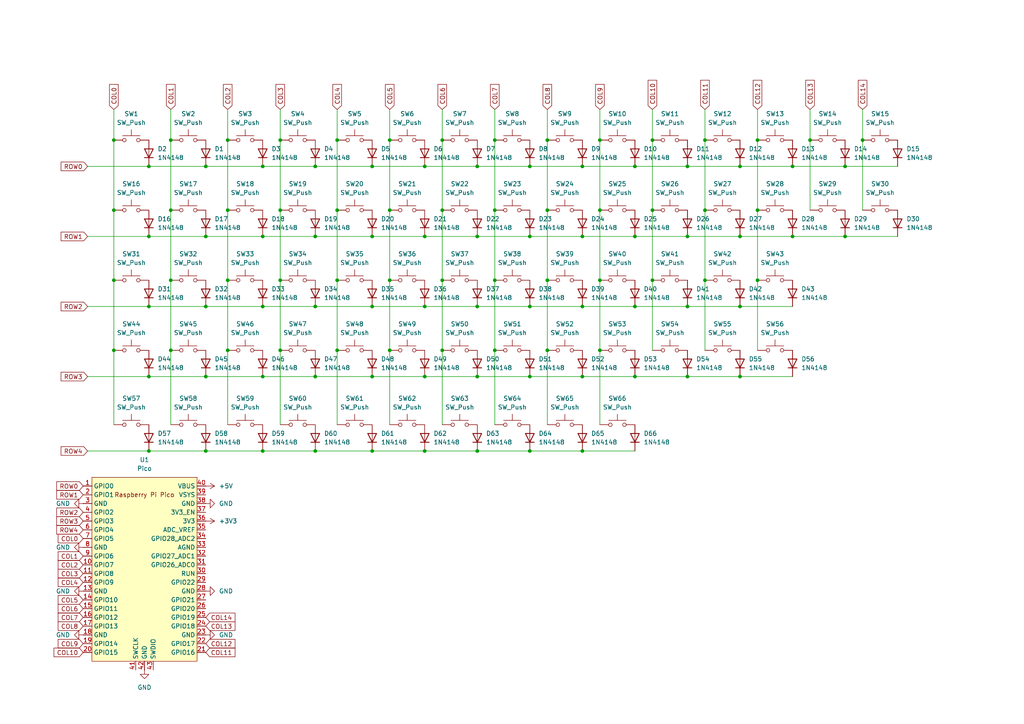
<source format=kicad_sch>
(kicad_sch (version 20250114) (generator "eeschema") (generator_version "9.0")
  (paper "A4")
  (junction (at 43.18 48.26))
  (junction (at 43.18 68.58))
  (junction (at 59.69 109.22))
  (junction (at 153.67 88.9))
  (junction (at 229.87 48.26))
  (junction (at 245.11 48.26))
  (junction (at 153.67 130.81))
  (junction (at 173.99 40.64))
  (junction (at 91.44 48.26))
  (junction (at 138.43 48.26))
  (junction (at 168.91 48.26))
  (junction (at 59.69 130.81))
  (junction (at 168.91 109.22))
  (junction (at 33.02 101.6))
  (junction (at 219.71 81.28))
  (junction (at 128.27 40.64))
  (junction (at 204.47 40.64))
  (junction (at 123.19 68.58))
  (junction (at 59.69 88.9))
  (junction (at 158.75 40.64))
  (junction (at 143.51 40.64))
  (junction (at 81.28 40.64))
  (junction (at 113.03 81.28))
  (junction (at 123.19 88.9))
  (junction (at 49.53 40.64))
  (junction (at 158.75 60.96))
  (junction (at 81.28 101.6))
  (junction (at 107.95 48.26))
  (junction (at 128.27 60.96))
  (junction (at 138.43 109.22))
  (junction (at 199.39 68.58))
  (junction (at 107.95 130.81))
  (junction (at 250.19 40.64))
  (junction (at 204.47 60.96))
  (junction (at 97.79 40.64))
  (junction (at 113.03 101.6))
  (junction (at 173.99 81.28))
  (junction (at 199.39 48.26))
  (junction (at 91.44 68.58))
  (junction (at 91.44 109.22))
  (junction (at 123.19 48.26))
  (junction (at 33.02 81.28))
  (junction (at 143.51 60.96))
  (junction (at 184.15 109.22))
  (junction (at 214.63 68.58))
  (junction (at 91.44 130.81))
  (junction (at 43.18 130.81))
  (junction (at 153.67 68.58))
  (junction (at 199.39 109.22))
  (junction (at 66.04 101.6))
  (junction (at 214.63 109.22))
  (junction (at 76.2 68.58))
  (junction (at 138.43 130.81))
  (junction (at 204.47 81.28))
  (junction (at 138.43 88.9))
  (junction (at 43.18 88.9))
  (junction (at 168.91 130.81))
  (junction (at 219.71 40.64))
  (junction (at 214.63 48.26))
  (junction (at 189.23 81.28))
  (junction (at 113.03 60.96))
  (junction (at 128.27 81.28))
  (junction (at 153.67 48.26))
  (junction (at 153.67 109.22))
  (junction (at 184.15 68.58))
  (junction (at 107.95 68.58))
  (junction (at 81.28 60.96))
  (junction (at 97.79 60.96))
  (junction (at 81.28 81.28))
  (junction (at 123.19 109.22))
  (junction (at 91.44 88.9))
  (junction (at 168.91 68.58))
  (junction (at 49.53 81.28))
  (junction (at 199.39 88.9))
  (junction (at 184.15 48.26))
  (junction (at 113.03 40.64))
  (junction (at 184.15 88.9))
  (junction (at 49.53 101.6))
  (junction (at 143.51 81.28))
  (junction (at 168.91 88.9))
  (junction (at 76.2 130.81))
  (junction (at 123.19 130.81))
  (junction (at 33.02 60.96))
  (junction (at 173.99 60.96))
  (junction (at 97.79 81.28))
  (junction (at 189.23 40.64))
  (junction (at 219.71 60.96))
  (junction (at 158.75 81.28))
  (junction (at 97.79 101.6))
  (junction (at 234.95 40.64))
  (junction (at 245.11 68.58))
  (junction (at 66.04 40.64))
  (junction (at 128.27 101.6))
  (junction (at 33.02 40.64))
  (junction (at 143.51 101.6))
  (junction (at 43.18 109.22))
  (junction (at 107.95 109.22))
  (junction (at 138.43 68.58))
  (junction (at 189.23 60.96))
  (junction (at 59.69 48.26))
  (junction (at 49.53 60.96))
  (junction (at 66.04 81.28))
  (junction (at 229.87 68.58))
  (junction (at 158.75 101.6))
  (junction (at 173.99 101.6))
  (junction (at 59.69 68.58))
  (junction (at 76.2 88.9))
  (junction (at 76.2 48.26))
  (junction (at 107.95 88.9))
  (junction (at 76.2 109.22))
  (junction (at 66.04 60.96))
  (junction (at 214.63 88.9))
  (wire (pts (xy 123.19 130.81) (xy 138.43 130.81)))
  (wire (pts (xy 113.03 40.64) (xy 113.03 60.96)))
  (wire (pts (xy 33.02 40.64) (xy 33.02 60.96)))
  (wire (pts (xy 173.99 40.64) (xy 173.99 60.96)))
  (wire (pts (xy 25.4 109.22) (xy 43.18 109.22)))
  (wire (pts (xy 128.27 31.75) (xy 128.27 40.64)))
  (wire (pts (xy 184.15 109.22) (xy 199.39 109.22)))
  (wire (pts (xy 33.02 101.6) (xy 33.02 123.19)))
  (wire (pts (xy 128.27 101.6) (xy 128.27 123.19)))
  (wire (pts (xy 128.27 81.28) (xy 128.27 101.6)))
  (wire (pts (xy 219.71 81.28) (xy 219.71 101.6)))
  (wire (pts (xy 138.43 68.58) (xy 153.67 68.58)))
  (wire (pts (xy 81.28 81.28) (xy 81.28 101.6)))
  (wire (pts (xy 219.71 31.75) (xy 219.71 40.64)))
  (wire (pts (xy 43.18 68.58) (xy 59.69 68.58)))
  (wire (pts (xy 245.11 48.26) (xy 260.35 48.26)))
  (wire (pts (xy 250.19 31.75) (xy 250.19 40.64)))
  (wire (pts (xy 91.44 88.9) (xy 107.95 88.9)))
  (wire (pts (xy 76.2 68.58) (xy 91.44 68.58)))
  (wire (pts (xy 91.44 109.22) (xy 107.95 109.22)))
  (wire (pts (xy 66.04 60.96) (xy 66.04 81.28)))
  (wire (pts (xy 138.43 109.22) (xy 153.67 109.22)))
  (wire (pts (xy 66.04 81.28) (xy 66.04 101.6)))
  (wire (pts (xy 123.19 109.22) (xy 138.43 109.22)))
  (wire (pts (xy 214.63 48.26) (xy 229.87 48.26)))
  (wire (pts (xy 138.43 88.9) (xy 153.67 88.9)))
  (wire (pts (xy 49.53 101.6) (xy 49.53 123.19)))
  (wire (pts (xy 59.69 88.9) (xy 76.2 88.9)))
  (wire (pts (xy 229.87 48.26) (xy 245.11 48.26)))
  (wire (pts (xy 219.71 60.96) (xy 219.71 81.28)))
  (wire (pts (xy 97.79 60.96) (xy 97.79 81.28)))
  (wire (pts (xy 66.04 101.6) (xy 66.04 123.19)))
  (wire (pts (xy 113.03 81.28) (xy 113.03 101.6)))
  (wire (pts (xy 229.87 68.58) (xy 245.11 68.58)))
  (wire (pts (xy 189.23 81.28) (xy 189.23 101.6)))
  (wire (pts (xy 59.69 48.26) (xy 76.2 48.26)))
  (wire (pts (xy 97.79 40.64) (xy 97.79 60.96)))
  (wire (pts (xy 143.51 101.6) (xy 143.51 123.19)))
  (wire (pts (xy 158.75 81.28) (xy 158.75 101.6)))
  (wire (pts (xy 189.23 60.96) (xy 189.23 81.28)))
  (wire (pts (xy 33.02 31.75) (xy 33.02 40.64)))
  (wire (pts (xy 199.39 109.22) (xy 214.63 109.22)))
  (wire (pts (xy 245.11 68.58) (xy 260.35 68.58)))
  (wire (pts (xy 204.47 31.75) (xy 204.47 40.64)))
  (wire (pts (xy 143.51 40.64) (xy 143.51 60.96)))
  (wire (pts (xy 173.99 81.28) (xy 173.99 101.6)))
  (wire (pts (xy 107.95 88.9) (xy 123.19 88.9)))
  (wire (pts (xy 173.99 31.75) (xy 173.99 40.64)))
  (wire (pts (xy 113.03 60.96) (xy 113.03 81.28)))
  (wire (pts (xy 81.28 60.96) (xy 81.28 81.28)))
  (wire (pts (xy 128.27 60.96) (xy 128.27 81.28)))
  (wire (pts (xy 143.51 60.96) (xy 143.51 81.28)))
  (wire (pts (xy 153.67 130.81) (xy 168.91 130.81)))
  (wire (pts (xy 168.91 130.81) (xy 184.15 130.81)))
  (wire (pts (xy 214.63 88.9) (xy 229.87 88.9)))
  (wire (pts (xy 153.67 68.58) (xy 168.91 68.58)))
  (wire (pts (xy 214.63 109.22) (xy 229.87 109.22)))
  (wire (pts (xy 143.51 31.75) (xy 143.51 40.64)))
  (wire (pts (xy 76.2 130.81) (xy 91.44 130.81)))
  (wire (pts (xy 107.95 68.58) (xy 123.19 68.58)))
  (wire (pts (xy 168.91 68.58) (xy 184.15 68.58)))
  (wire (pts (xy 138.43 130.81) (xy 153.67 130.81)))
  (wire (pts (xy 158.75 40.64) (xy 158.75 60.96)))
  (wire (pts (xy 25.4 88.9) (xy 43.18 88.9)))
  (wire (pts (xy 81.28 101.6) (xy 81.28 123.19)))
  (wire (pts (xy 25.4 130.81) (xy 43.18 130.81)))
  (wire (pts (xy 168.91 88.9) (xy 184.15 88.9)))
  (wire (pts (xy 153.67 109.22) (xy 168.91 109.22)))
  (wire (pts (xy 25.4 48.26) (xy 43.18 48.26)))
  (wire (pts (xy 173.99 60.96) (xy 173.99 81.28)))
  (wire (pts (xy 76.2 48.26) (xy 91.44 48.26)))
  (wire (pts (xy 123.19 48.26) (xy 138.43 48.26)))
  (wire (pts (xy 153.67 48.26) (xy 168.91 48.26)))
  (wire (pts (xy 184.15 88.9) (xy 199.39 88.9)))
  (wire (pts (xy 49.53 81.28) (xy 49.53 101.6)))
  (wire (pts (xy 138.43 48.26) (xy 153.67 48.26)))
  (wire (pts (xy 66.04 31.75) (xy 66.04 40.64)))
  (wire (pts (xy 234.95 31.75) (xy 234.95 40.64)))
  (wire (pts (xy 204.47 81.28) (xy 204.47 101.6)))
  (wire (pts (xy 59.69 109.22) (xy 76.2 109.22)))
  (wire (pts (xy 49.53 31.75) (xy 49.53 40.64)))
  (wire (pts (xy 113.03 101.6) (xy 113.03 123.19)))
  (wire (pts (xy 59.69 130.81) (xy 76.2 130.81)))
  (wire (pts (xy 33.02 81.28) (xy 33.02 101.6)))
  (wire (pts (xy 43.18 130.81) (xy 59.69 130.81)))
  (wire (pts (xy 168.91 48.26) (xy 184.15 48.26)))
  (wire (pts (xy 43.18 109.22) (xy 59.69 109.22)))
  (wire (pts (xy 158.75 101.6) (xy 158.75 123.19)))
  (wire (pts (xy 91.44 68.58) (xy 107.95 68.58)))
  (wire (pts (xy 91.44 130.81) (xy 107.95 130.81)))
  (wire (pts (xy 204.47 40.64) (xy 204.47 60.96)))
  (wire (pts (xy 158.75 60.96) (xy 158.75 81.28)))
  (wire (pts (xy 219.71 40.64) (xy 219.71 60.96)))
  (wire (pts (xy 123.19 68.58) (xy 138.43 68.58)))
  (wire (pts (xy 173.99 101.6) (xy 173.99 123.19)))
  (wire (pts (xy 168.91 109.22) (xy 184.15 109.22)))
  (wire (pts (xy 199.39 68.58) (xy 214.63 68.58)))
  (wire (pts (xy 234.95 40.64) (xy 234.95 60.96)))
  (wire (pts (xy 153.67 88.9) (xy 168.91 88.9)))
  (wire (pts (xy 107.95 109.22) (xy 123.19 109.22)))
  (wire (pts (xy 113.03 31.75) (xy 113.03 40.64)))
  (wire (pts (xy 189.23 31.75) (xy 189.23 40.64)))
  (wire (pts (xy 199.39 88.9) (xy 214.63 88.9)))
  (wire (pts (xy 59.69 68.58) (xy 76.2 68.58)))
  (wire (pts (xy 107.95 130.81) (xy 123.19 130.81)))
  (wire (pts (xy 184.15 68.58) (xy 199.39 68.58)))
  (wire (pts (xy 189.23 40.64) (xy 189.23 60.96)))
  (wire (pts (xy 81.28 40.64) (xy 81.28 60.96)))
  (wire (pts (xy 66.04 40.64) (xy 66.04 60.96)))
  (wire (pts (xy 33.02 60.96) (xy 33.02 81.28)))
  (wire (pts (xy 128.27 40.64) (xy 128.27 60.96)))
  (wire (pts (xy 107.95 48.26) (xy 123.19 48.26)))
  (wire (pts (xy 97.79 31.75) (xy 97.79 40.64)))
  (wire (pts (xy 250.19 40.64) (xy 250.19 60.96)))
  (wire (pts (xy 143.51 81.28) (xy 143.51 101.6)))
  (wire (pts (xy 76.2 88.9) (xy 91.44 88.9)))
  (wire (pts (xy 91.44 48.26) (xy 107.95 48.26)))
  (wire (pts (xy 97.79 101.6) (xy 97.79 123.19)))
  (wire (pts (xy 158.75 31.75) (xy 158.75 40.64)))
  (wire (pts (xy 199.39 48.26) (xy 214.63 48.26)))
  (wire (pts (xy 43.18 88.9) (xy 59.69 88.9)))
  (wire (pts (xy 25.4 68.58) (xy 43.18 68.58)))
  (wire (pts (xy 214.63 68.58) (xy 229.87 68.58)))
  (wire (pts (xy 43.18 48.26) (xy 59.69 48.26)))
  (wire (pts (xy 184.15 48.26) (xy 199.39 48.26)))
  (wire (pts (xy 97.79 81.28) (xy 97.79 101.6)))
  (wire (pts (xy 204.47 60.96) (xy 204.47 81.28)))
  (wire (pts (xy 123.19 88.9) (xy 138.43 88.9)))
  (wire (pts (xy 76.2 109.22) (xy 91.44 109.22)))
  (wire (pts (xy 49.53 40.64) (xy 49.53 60.96)))
  (wire (pts (xy 49.53 60.96) (xy 49.53 81.28)))
  (wire (pts (xy 81.28 31.75) (xy 81.28 40.64)))
  (global_label "COL1" (shape input) (at 49.53 31.75 90) (property "Intersheetrefs" "${INTERSHEET_REFS}" (effects (hide yes))))
  (global_label "ROW3" (shape input) (at 25.4 109.22 180) (property "Intersheetrefs" "${INTERSHEET_REFS}" (effects (hide yes))))
  (global_label "COL12" (shape input) (at 59.69 186.69 0) (property "Intersheetrefs" "${INTERSHEET_REFS}" (effects (hide yes))))
  (global_label "COL8" (shape input) (at 158.75 31.75 90) (property "Intersheetrefs" "${INTERSHEET_REFS}" (effects (hide yes))))
  (global_label "ROW2" (shape input) (at 24.13 148.59 180) (property "Intersheetrefs" "${INTERSHEET_REFS}" (effects (hide yes))))
  (global_label "COL8" (shape input) (at 24.13 181.61 180) (property "Intersheetrefs" "${INTERSHEET_REFS}" (effects (hide yes))))
  (global_label "COL10" (shape input) (at 189.23 31.75 90) (property "Intersheetrefs" "${INTERSHEET_REFS}" (effects (hide yes))))
  (global_label "COL13" (shape input) (at 59.69 181.61 0) (property "Intersheetrefs" "${INTERSHEET_REFS}" (effects (hide yes))))
  (global_label "COL13" (shape input) (at 234.95 31.75 90) (property "Intersheetrefs" "${INTERSHEET_REFS}" (effects (hide yes))))
  (global_label "COL9" (shape input) (at 173.99 31.75 90) (property "Intersheetrefs" "${INTERSHEET_REFS}" (effects (hide yes))))
  (global_label "COL2" (shape input) (at 66.04 31.75 90) (property "Intersheetrefs" "${INTERSHEET_REFS}" (effects (hide yes))))
  (global_label "COL14" (shape input) (at 59.69 179.07 0) (property "Intersheetrefs" "${INTERSHEET_REFS}" (effects (hide yes))))
  (global_label "COL0" (shape input) (at 24.13 156.21 180) (property "Intersheetrefs" "${INTERSHEET_REFS}" (effects (hide yes))))
  (global_label "ROW4" (shape input) (at 25.4 130.81 180) (property "Intersheetrefs" "${INTERSHEET_REFS}" (effects (hide yes))))
  (global_label "COL6" (shape input) (at 128.27 31.75 90) (property "Intersheetrefs" "${INTERSHEET_REFS}" (effects (hide yes))))
  (global_label "COL10" (shape input) (at 24.13 189.23 180) (property "Intersheetrefs" "${INTERSHEET_REFS}" (effects (hide yes))))
  (global_label "COL12" (shape input) (at 219.71 31.75 90) (property "Intersheetrefs" "${INTERSHEET_REFS}" (effects (hide yes))))
  (global_label "COL1" (shape input) (at 24.13 161.29 180) (property "Intersheetrefs" "${INTERSHEET_REFS}" (effects (hide yes))))
  (global_label "COL11" (shape input) (at 204.47 31.75 90) (property "Intersheetrefs" "${INTERSHEET_REFS}" (effects (hide yes))))
  (global_label "COL5" (shape input) (at 113.03 31.75 90) (property "Intersheetrefs" "${INTERSHEET_REFS}" (effects (hide yes))))
  (global_label "COL14" (shape input) (at 250.19 31.75 90) (property "Intersheetrefs" "${INTERSHEET_REFS}" (effects (hide yes))))
  (global_label "COL3" (shape input) (at 81.28 31.75 90) (property "Intersheetrefs" "${INTERSHEET_REFS}" (effects (hide yes))))
  (global_label "COL5" (shape input) (at 24.13 173.99 180) (property "Intersheetrefs" "${INTERSHEET_REFS}" (effects (hide yes))))
  (global_label "ROW1" (shape input) (at 25.4 68.58 180) (property "Intersheetrefs" "${INTERSHEET_REFS}" (effects (hide yes))))
  (global_label "ROW2" (shape input) (at 25.4 88.9 180) (property "Intersheetrefs" "${INTERSHEET_REFS}" (effects (hide yes))))
  (global_label "COL9" (shape input) (at 24.13 186.69 180) (property "Intersheetrefs" "${INTERSHEET_REFS}" (effects (hide yes))))
  (global_label "ROW0" (shape input) (at 25.4 48.26 180) (property "Intersheetrefs" "${INTERSHEET_REFS}" (effects (hide yes))))
  (global_label "ROW1" (shape input) (at 24.13 143.51 180) (property "Intersheetrefs" "${INTERSHEET_REFS}" (effects (hide yes))))
  (global_label "ROW4" (shape input) (at 24.13 153.67 180) (property "Intersheetrefs" "${INTERSHEET_REFS}" (effects (hide yes))))
  (global_label "COL4" (shape input) (at 97.79 31.75 90) (property "Intersheetrefs" "${INTERSHEET_REFS}" (effects (hide yes))))
  (global_label "COL2" (shape input) (at 24.13 163.83 180) (property "Intersheetrefs" "${INTERSHEET_REFS}" (effects (hide yes))))
  (global_label "COL0" (shape input) (at 33.02 31.75 90) (property "Intersheetrefs" "${INTERSHEET_REFS}" (effects (hide yes))))
  (global_label "ROW3" (shape input) (at 24.13 151.13 180) (property "Intersheetrefs" "${INTERSHEET_REFS}" (effects (hide yes))))
  (global_label "COL11" (shape input) (at 59.69 189.23 0) (property "Intersheetrefs" "${INTERSHEET_REFS}" (effects (hide yes))))
  (global_label "COL6" (shape input) (at 24.13 176.53 180) (property "Intersheetrefs" "${INTERSHEET_REFS}" (effects (hide yes))))
  (global_label "COL7" (shape input) (at 143.51 31.75 90) (property "Intersheetrefs" "${INTERSHEET_REFS}" (effects (hide yes))))
  (global_label "ROW0" (shape input) (at 24.13 140.97 180) (property "Intersheetrefs" "${INTERSHEET_REFS}" (effects (hide yes))))
  (global_label "COL7" (shape input) (at 24.13 179.07 180) (property "Intersheetrefs" "${INTERSHEET_REFS}" (effects (hide yes))))
  (global_label "COL3" (shape input) (at 24.13 166.37 180) (property "Intersheetrefs" "${INTERSHEET_REFS}" (effects (hide yes))))
  (global_label "COL4" (shape input) (at 24.13 168.91 180) (property "Intersheetrefs" "${INTERSHEET_REFS}" (effects (hide yes))))
  (symbol (lib_id "Diode:1N4148") (at 76.2 64.77 90) (unit 1)
    (property "Reference" "D18" (at 78.74 63.4999 90) (effects (justify right)))
    (property "Value" "1N4148" (at 78.74 66.0399 90) (effects (justify right)))
    (property "Footprint" "Diode_THT:D_DO-35_SOD27_P7.62mm_Horizontal" (effects (hide yes)))
    (property "Datasheet" "https://assets.nexperia.com/documents/data-sheet/1N4148_1N4448.pdf" (effects (hide yes)))
    (property "Description" "100V 0.15A standard switching diode, DO-35" (effects (hide yes)))
    (property "Sim.Device" "D" (effects (hide yes)))
    (property "Sim.Pins" "1=K 2=A" (effects (hide yes)))
  )
  (symbol (lib_id "Diode:1N4148") (at 59.69 105.41 90) (unit 1)
    (property "Reference" "D45" (at 62.23 104.1399 90) (effects (justify right)))
    (property "Value" "1N4148" (at 62.23 106.6799 90) (effects (justify right)))
    (property "Footprint" "Diode_THT:D_DO-35_SOD27_P7.62mm_Horizontal" (effects (hide yes)))
    (property "Datasheet" "https://assets.nexperia.com/documents/data-sheet/1N4148_1N4448.pdf" (effects (hide yes)))
    (property "Description" "100V 0.15A standard switching diode, DO-35" (effects (hide yes)))
    (property "Sim.Device" "D" (effects (hide yes)))
    (property "Sim.Pins" "1=K 2=A" (effects (hide yes)))
  )
  (symbol (lib_id "Switch:SW_Push") (at 209.55 101.6 0) (unit 1)
    (property "Reference" "SW55" (at 209.55 93.98 0))
    (property "Value" "SW_Push" (at 209.55 96.52 0))
    (property "Footprint" "MX_Solderable:MX-Solderable-2.25U" (effects (hide yes)))
    (property "Description" "Push button switch, generic, two pins" (effects (hide yes)))
  )
  (symbol (lib_id "power:GND") (at 24.13 184.15 270) (unit 1)
    (property "Reference" "#PWR07" (effects (hide yes)))
    (property "Value" "GND" (at 20.32 184.1499 90) (effects (justify right)))
    (property "Description" "Power symbol creates a global label with name \"GND\" , ground" (effects (hide yes)))
  )
  (symbol (lib_id "Switch:SW_Push") (at 224.79 40.64 0) (unit 1)
    (property "Reference" "SW13" (at 224.79 33.02 0))
    (property "Value" "SW_Push" (at 224.79 35.56 0))
    (property "Footprint" "3d:MX-Solderable-1U" (effects (hide yes)))
    (property "Description" "Push button switch, generic, two pins" (effects (hide yes)))
  )
  (symbol (lib_id "Diode:1N4148") (at 59.69 64.77 90) (unit 1)
    (property "Reference" "D17" (at 62.23 63.4999 90) (effects (justify right)))
    (property "Value" "1N4148" (at 62.23 66.0399 90) (effects (justify right)))
    (property "Footprint" "Diode_THT:D_DO-35_SOD27_P7.62mm_Horizontal" (effects (hide yes)))
    (property "Datasheet" "https://assets.nexperia.com/documents/data-sheet/1N4148_1N4448.pdf" (effects (hide yes)))
    (property "Description" "100V 0.15A standard switching diode, DO-35" (effects (hide yes)))
    (property "Sim.Device" "D" (effects (hide yes)))
    (property "Sim.Pins" "1=K 2=A" (effects (hide yes)))
  )
  (symbol (lib_id "Switch:SW_Push") (at 179.07 40.64 0) (unit 1)
    (property "Reference" "SW10" (at 179.07 33.02 0))
    (property "Value" "SW_Push" (at 179.07 35.56 0))
    (property "Footprint" "3d:MX-Solderable-1U" (effects (hide yes)))
    (property "Description" "Push button switch, generic, two pins" (effects (hide yes)))
  )
  (symbol (lib_id "power:GND") (at 24.13 158.75 270) (unit 1)
    (property "Reference" "#PWR05" (effects (hide yes)))
    (property "Value" "GND" (at 20.32 158.7499 90) (effects (justify right)))
    (property "Description" "Power symbol creates a global label with name \"GND\" , ground" (effects (hide yes)))
  )
  (symbol (lib_id "Switch:SW_Push") (at 133.35 123.19 0) (unit 1)
    (property "Reference" "SW63" (at 133.35 115.57 0))
    (property "Value" "SW_Push" (at 133.35 118.11 0))
    (property "Footprint" "MX_Solderable:MX-Solderable-1.25U" (effects (hide yes)))
    (property "Description" "Push button switch, generic, two pins" (effects (hide yes)))
  )
  (symbol (lib_id "Switch:SW_Push") (at 194.31 40.64 0) (unit 1)
    (property "Reference" "SW11" (at 194.31 33.02 0))
    (property "Value" "SW_Push" (at 194.31 35.56 0))
    (property "Footprint" "3d:MX-Solderable-1U" (effects (hide yes)))
    (property "Description" "Push button switch, generic, two pins" (effects (hide yes)))
  )
  (symbol (lib_id "Switch:SW_Push") (at 224.79 60.96 0) (unit 1)
    (property "Reference" "SW28" (at 224.79 53.34 0))
    (property "Value" "SW_Push" (at 224.79 55.88 0))
    (property "Footprint" "3d:MX-Solderable-1U" (effects (hide yes)))
    (property "Description" "Push button switch, generic, two pins" (effects (hide yes)))
  )
  (symbol (lib_id "Switch:SW_Push") (at 163.83 40.64 0) (unit 1)
    (property "Reference" "SW9" (at 163.83 33.02 0))
    (property "Value" "SW_Push" (at 163.83 35.56 0))
    (property "Footprint" "3d:MX-Solderable-1U" (effects (hide yes)))
    (property "Description" "Push button switch, generic, two pins" (effects (hide yes)))
  )
  (symbol (lib_id "Switch:SW_Push") (at 224.79 81.28 0) (unit 1)
    (property "Reference" "SW43" (at 224.79 73.66 0))
    (property "Value" "SW_Push" (at 224.79 76.2 0))
    (property "Footprint" "MX_Solderable:MX-Solderable-2.25U" (effects (hide yes)))
    (property "Description" "Push button switch, generic, two pins" (effects (hide yes)))
  )
  (symbol (lib_id "Diode:1N4148") (at 107.95 105.41 90) (unit 1)
    (property "Reference" "D48" (at 110.49 104.1399 90) (effects (justify right)))
    (property "Value" "1N4148" (at 110.49 106.6799 90) (effects (justify right)))
    (property "Footprint" "Diode_THT:D_DO-35_SOD27_P7.62mm_Horizontal" (effects (hide yes)))
    (property "Datasheet" "https://assets.nexperia.com/documents/data-sheet/1N4148_1N4448.pdf" (effects (hide yes)))
    (property "Description" "100V 0.15A standard switching diode, DO-35" (effects (hide yes)))
    (property "Sim.Device" "D" (effects (hide yes)))
    (property "Sim.Pins" "1=K 2=A" (effects (hide yes)))
  )
  (symbol (lib_id "Switch:SW_Push") (at 163.83 81.28 0) (unit 1)
    (property "Reference" "SW39" (at 163.83 73.66 0))
    (property "Value" "SW_Push" (at 163.83 76.2 0))
    (property "Footprint" "3d:MX-Solderable-1U" (effects (hide yes)))
    (property "Description" "Push button switch, generic, two pins" (effects (hide yes)))
  )
  (symbol (lib_id "Switch:SW_Push") (at 118.11 40.64 0) (unit 1)
    (property "Reference" "SW6" (at 118.11 33.02 0))
    (property "Value" "SW_Push" (at 118.11 35.56 0))
    (property "Footprint" "3d:MX-Solderable-1U" (effects (hide yes)))
    (property "Description" "Push button switch, generic, two pins" (effects (hide yes)))
  )
  (symbol (lib_id "Diode:1N4148") (at 184.15 105.41 90) (unit 1)
    (property "Reference" "D53" (at 186.69 104.1399 90) (effects (justify right)))
    (property "Value" "1N4148" (at 186.69 106.6799 90) (effects (justify right)))
    (property "Footprint" "Diode_THT:D_DO-35_SOD27_P7.62mm_Horizontal" (effects (hide yes)))
    (property "Datasheet" "https://assets.nexperia.com/documents/data-sheet/1N4148_1N4448.pdf" (effects (hide yes)))
    (property "Description" "100V 0.15A standard switching diode, DO-35" (effects (hide yes)))
    (property "Sim.Device" "D" (effects (hide yes)))
    (property "Sim.Pins" "1=K 2=A" (effects (hide yes)))
  )
  (symbol (lib_id "Switch:SW_Push") (at 148.59 81.28 0) (unit 1)
    (property "Reference" "SW38" (at 148.59 73.66 0))
    (property "Value" "SW_Push" (at 148.59 76.2 0))
    (property "Footprint" "3d:MX-Solderable-1U" (effects (hide yes)))
    (property "Description" "Push button switch, generic, two pins" (effects (hide yes)))
  )
  (symbol (lib_id "Diode:1N4148") (at 199.39 44.45 90) (unit 1)
    (property "Reference" "D11" (at 201.93 43.1799 90) (effects (justify right)))
    (property "Value" "1N4148" (at 201.93 45.7199 90) (effects (justify right)))
    (property "Footprint" "Diode_THT:D_DO-35_SOD27_P7.62mm_Horizontal" (effects (hide yes)))
    (property "Datasheet" "https://assets.nexperia.com/documents/data-sheet/1N4148_1N4448.pdf" (effects (hide yes)))
    (property "Description" "100V 0.15A standard switching diode, DO-35" (effects (hide yes)))
    (property "Sim.Device" "D" (effects (hide yes)))
    (property "Sim.Pins" "1=K 2=A" (effects (hide yes)))
  )
  (symbol (lib_id "Diode:1N4148") (at 107.95 85.09 90) (unit 1)
    (property "Reference" "D35" (at 110.49 83.8199 90) (effects (justify right)))
    (property "Value" "1N4148" (at 110.49 86.3599 90) (effects (justify right)))
    (property "Footprint" "Diode_THT:D_DO-35_SOD27_P7.62mm_Horizontal" (effects (hide yes)))
    (property "Datasheet" "https://assets.nexperia.com/documents/data-sheet/1N4148_1N4448.pdf" (effects (hide yes)))
    (property "Description" "100V 0.15A standard switching diode, DO-35" (effects (hide yes)))
    (property "Sim.Device" "D" (effects (hide yes)))
    (property "Sim.Pins" "1=K 2=A" (effects (hide yes)))
  )
  (symbol (lib_id "Switch:SW_Push") (at 255.27 40.64 0) (unit 1)
    (property "Reference" "SW15" (at 255.27 33.02 0))
    (property "Value" "SW_Push" (at 255.27 35.56 0))
    (property "Footprint" "3d:MX-Solderable-1U" (effects (hide yes)))
    (property "Description" "Push button switch, generic, two pins" (effects (hide yes)))
  )
  (symbol (lib_id "Diode:1N4148") (at 43.18 85.09 90) (unit 1)
    (property "Reference" "D31" (at 45.72 83.8199 90) (effects (justify right)))
    (property "Value" "1N4148" (at 45.72 86.3599 90) (effects (justify right)))
    (property "Footprint" "Diode_THT:D_DO-35_SOD27_P7.62mm_Horizontal" (effects (hide yes)))
    (property "Datasheet" "https://assets.nexperia.com/documents/data-sheet/1N4148_1N4448.pdf" (effects (hide yes)))
    (property "Description" "100V 0.15A standard switching diode, DO-35" (effects (hide yes)))
    (property "Sim.Device" "D" (effects (hide yes)))
    (property "Sim.Pins" "1=K 2=A" (effects (hide yes)))
  )
  (symbol (lib_id "Diode:1N4148") (at 199.39 85.09 90) (unit 1)
    (property "Reference" "D41" (at 201.93 83.8199 90) (effects (justify right)))
    (property "Value" "1N4148" (at 201.93 86.3599 90) (effects (justify right)))
    (property "Footprint" "Diode_THT:D_DO-35_SOD27_P7.62mm_Horizontal" (effects (hide yes)))
    (property "Datasheet" "https://assets.nexperia.com/documents/data-sheet/1N4148_1N4448.pdf" (effects (hide yes)))
    (property "Description" "100V 0.15A standard switching diode, DO-35" (effects (hide yes)))
    (property "Sim.Device" "D" (effects (hide yes)))
    (property "Sim.Pins" "1=K 2=A" (effects (hide yes)))
  )
  (symbol (lib_id "Switch:SW_Push") (at 86.36 101.6 0) (unit 1)
    (property "Reference" "SW47" (at 86.36 93.98 0))
    (property "Value" "SW_Push" (at 86.36 96.52 0))
    (property "Footprint" "3d:MX-Solderable-1U" (effects (hide yes)))
    (property "Description" "Push button switch, generic, two pins" (effects (hide yes)))
  )
  (symbol (lib_id "Switch:SW_Push") (at 54.61 40.64 0) (unit 1)
    (property "Reference" "SW2" (at 54.61 33.02 0))
    (property "Value" "SW_Push" (at 54.61 35.56 0))
    (property "Footprint" "3d:MX-Solderable-1U" (effects (hide yes)))
    (property "Description" "Push button switch, generic, two pins" (effects (hide yes)))
  )
  (symbol (lib_id "Switch:SW_Push") (at 179.07 81.28 0) (unit 1)
    (property "Reference" "SW40" (at 179.07 73.66 0))
    (property "Value" "SW_Push" (at 179.07 76.2 0))
    (property "Footprint" "3d:MX-Solderable-1U" (effects (hide yes)))
    (property "Description" "Push button switch, generic, two pins" (effects (hide yes)))
  )
  (symbol (lib_id "Switch:SW_Push") (at 163.83 60.96 0) (unit 1)
    (property "Reference" "SW24" (at 163.83 53.34 0))
    (property "Value" "SW_Push" (at 163.83 55.88 0))
    (property "Footprint" "3d:MX-Solderable-1U" (effects (hide yes)))
    (property "Description" "Push button switch, generic, two pins" (effects (hide yes)))
  )
  (symbol (lib_id "Diode:1N4148") (at 138.43 127 90) (unit 1)
    (property "Reference" "D63" (at 140.97 125.7299 90) (effects (justify right)))
    (property "Value" "1N4148" (at 140.97 128.2699 90) (effects (justify right)))
    (property "Footprint" "Diode_THT:D_DO-35_SOD27_P7.62mm_Horizontal" (effects (hide yes)))
    (property "Datasheet" "https://assets.nexperia.com/documents/data-sheet/1N4148_1N4448.pdf" (effects (hide yes)))
    (property "Description" "100V 0.15A standard switching diode, DO-35" (effects (hide yes)))
    (property "Sim.Device" "D" (effects (hide yes)))
    (property "Sim.Pins" "1=K 2=A" (effects (hide yes)))
  )
  (symbol (lib_id "Switch:SW_Push") (at 240.03 60.96 0) (unit 1)
    (property "Reference" "SW29" (at 240.03 53.34 0))
    (property "Value" "SW_Push" (at 240.03 55.88 0))
    (property "Footprint" "MX_Solderable:MX-Solderable-1.5U" (effects (hide yes)))
    (property "Description" "Push button switch, generic, two pins" (effects (hide yes)))
  )
  (symbol (lib_id "Switch:SW_Push") (at 194.31 81.28 0) (unit 1)
    (property "Reference" "SW41" (at 194.31 73.66 0))
    (property "Value" "SW_Push" (at 194.31 76.2 0))
    (property "Footprint" "3d:MX-Solderable-1U" (effects (hide yes)))
    (property "Description" "Push button switch, generic, two pins" (effects (hide yes)))
  )
  (symbol (lib_id "Diode:1N4148") (at 184.15 64.77 90) (unit 1)
    (property "Reference" "D25" (at 186.69 63.4999 90) (effects (justify right)))
    (property "Value" "1N4148" (at 186.69 66.0399 90) (effects (justify right)))
    (property "Footprint" "Diode_THT:D_DO-35_SOD27_P7.62mm_Horizontal" (effects (hide yes)))
    (property "Datasheet" "https://assets.nexperia.com/documents/data-sheet/1N4148_1N4448.pdf" (effects (hide yes)))
    (property "Description" "100V 0.15A standard switching diode, DO-35" (effects (hide yes)))
    (property "Sim.Device" "D" (effects (hide yes)))
    (property "Sim.Pins" "1=K 2=A" (effects (hide yes)))
  )
  (symbol (lib_id "Diode:1N4148") (at 229.87 44.45 90) (unit 1)
    (property "Reference" "D13" (at 232.41 43.1799 90) (effects (justify right)))
    (property "Value" "1N4148" (at 232.41 45.7199 90) (effects (justify right)))
    (property "Footprint" "Diode_THT:D_DO-35_SOD27_P7.62mm_Horizontal" (effects (hide yes)))
    (property "Datasheet" "https://assets.nexperia.com/documents/data-sheet/1N4148_1N4448.pdf" (effects (hide yes)))
    (property "Description" "100V 0.15A standard switching diode, DO-35" (effects (hide yes)))
    (property "Sim.Device" "D" (effects (hide yes)))
    (property "Sim.Pins" "1=K 2=A" (effects (hide yes)))
  )
  (symbol (lib_id "Diode:1N4148") (at 43.18 64.77 90) (unit 1)
    (property "Reference" "D16" (at 45.72 63.4999 90) (effects (justify right)))
    (property "Value" "1N4148" (at 45.72 66.0399 90) (effects (justify right)))
    (property "Footprint" "Diode_THT:D_DO-35_SOD27_P7.62mm_Horizontal" (effects (hide yes)))
    (property "Datasheet" "https://assets.nexperia.com/documents/data-sheet/1N4148_1N4448.pdf" (effects (hide yes)))
    (property "Description" "100V 0.15A standard switching diode, DO-35" (effects (hide yes)))
    (property "Sim.Device" "D" (effects (hide yes)))
    (property "Sim.Pins" "1=K 2=A" (effects (hide yes)))
  )
  (symbol (lib_id "Diode:1N4148") (at 59.69 127 90) (unit 1)
    (property "Reference" "D58" (at 62.23 125.7299 90) (effects (justify right)))
    (property "Value" "1N4148" (at 62.23 128.2699 90) (effects (justify right)))
    (property "Footprint" "Diode_THT:D_DO-35_SOD27_P7.62mm_Horizontal" (effects (hide yes)))
    (property "Datasheet" "https://assets.nexperia.com/documents/data-sheet/1N4148_1N4448.pdf" (effects (hide yes)))
    (property "Description" "100V 0.15A standard switching diode, DO-35" (effects (hide yes)))
    (property "Sim.Device" "D" (effects (hide yes)))
    (property "Sim.Pins" "1=K 2=A" (effects (hide yes)))
  )
  (symbol (lib_id "Diode:1N4148") (at 214.63 105.41 90) (unit 1)
    (property "Reference" "D55" (at 217.17 104.1399 90) (effects (justify right)))
    (property "Value" "1N4148" (at 217.17 106.6799 90) (effects (justify right)))
    (property "Footprint" "Diode_THT:D_DO-35_SOD27_P7.62mm_Horizontal" (effects (hide yes)))
    (property "Datasheet" "https://assets.nexperia.com/documents/data-sheet/1N4148_1N4448.pdf" (effects (hide yes)))
    (property "Description" "100V 0.15A standard switching diode, DO-35" (effects (hide yes)))
    (property "Sim.Device" "D" (effects (hide yes)))
    (property "Sim.Pins" "1=K 2=A" (effects (hide yes)))
  )
  (symbol (lib_id "Switch:SW_Push") (at 194.31 101.6 0) (unit 1)
    (property "Reference" "SW54" (at 194.31 93.98 0))
    (property "Value" "SW_Push" (at 194.31 96.52 0))
    (property "Footprint" "3d:MX-Solderable-1U" (effects (hide yes)))
    (property "Description" "Push button switch, generic, two pins" (effects (hide yes)))
  )
  (symbol (lib_id "Switch:SW_Push") (at 86.36 40.64 0) (unit 1)
    (property "Reference" "SW4" (at 86.36 33.02 0))
    (property "Value" "SW_Push" (at 86.36 35.56 0))
    (property "Footprint" "3d:MX-Solderable-1U" (effects (hide yes)))
    (property "Description" "Push button switch, generic, two pins" (effects (hide yes)))
  )
  (symbol (lib_id "Diode:1N4148") (at 76.2 85.09 90) (unit 1)
    (property "Reference" "D33" (at 78.74 83.8199 90) (effects (justify right)))
    (property "Value" "1N4148" (at 78.74 86.3599 90) (effects (justify right)))
    (property "Footprint" "Diode_THT:D_DO-35_SOD27_P7.62mm_Horizontal" (effects (hide yes)))
    (property "Datasheet" "https://assets.nexperia.com/documents/data-sheet/1N4148_1N4448.pdf" (effects (hide yes)))
    (property "Description" "100V 0.15A standard switching diode, DO-35" (effects (hide yes)))
    (property "Sim.Device" "D" (effects (hide yes)))
    (property "Sim.Pins" "1=K 2=A" (effects (hide yes)))
  )
  (symbol (lib_id "Switch:SW_Push") (at 118.11 81.28 0) (unit 1)
    (property "Reference" "SW36" (at 118.11 73.66 0))
    (property "Value" "SW_Push" (at 118.11 76.2 0))
    (property "Footprint" "3d:MX-Solderable-1U" (effects (hide yes)))
    (property "Description" "Push button switch, generic, two pins" (effects (hide yes)))
  )
  (symbol (lib_id "Diode:1N4148") (at 229.87 85.09 90) (unit 1)
    (property "Reference" "D43" (at 232.41 83.8199 90) (effects (justify right)))
    (property "Value" "1N4148" (at 232.41 86.3599 90) (effects (justify right)))
    (property "Footprint" "Diode_THT:D_DO-35_SOD27_P7.62mm_Horizontal" (effects (hide yes)))
    (property "Datasheet" "https://assets.nexperia.com/documents/data-sheet/1N4148_1N4448.pdf" (effects (hide yes)))
    (property "Description" "100V 0.15A standard switching diode, DO-35" (effects (hide yes)))
    (property "Sim.Device" "D" (effects (hide yes)))
    (property "Sim.Pins" "1=K 2=A" (effects (hide yes)))
  )
  (symbol (lib_id "Diode:1N4148") (at 168.91 105.41 90) (unit 1)
    (property "Reference" "D52" (at 171.45 104.1399 90) (effects (justify right)))
    (property "Value" "1N4148" (at 171.45 106.6799 90) (effects (justify right)))
    (property "Footprint" "Diode_THT:D_DO-35_SOD27_P7.62mm_Horizontal" (effects (hide yes)))
    (property "Datasheet" "https://assets.nexperia.com/documents/data-sheet/1N4148_1N4448.pdf" (effects (hide yes)))
    (property "Description" "100V 0.15A standard switching diode, DO-35" (effects (hide yes)))
    (property "Sim.Device" "D" (effects (hide yes)))
    (property "Sim.Pins" "1=K 2=A" (effects (hide yes)))
  )
  (symbol (lib_id "Switch:SW_Push") (at 38.1 123.19 0) (unit 1)
    (property "Reference" "SW57" (at 38.1 115.57 0))
    (property "Value" "SW_Push" (at 38.1 118.11 0))
    (property "Footprint" "MX_Solderable:MX-Solderable-1.25U" (effects (hide yes)))
    (property "Description" "Push button switch, generic, two pins" (effects (hide yes)))
  )
  (symbol (lib_id "Diode:1N4148") (at 245.11 44.45 90) (unit 1)
    (property "Reference" "D14" (at 247.65 43.1799 90) (effects (justify right)))
    (property "Value" "1N4148" (at 247.65 45.7199 90) (effects (justify right)))
    (property "Footprint" "Diode_THT:D_DO-35_SOD27_P7.62mm_Horizontal" (effects (hide yes)))
    (property "Datasheet" "https://assets.nexperia.com/documents/data-sheet/1N4148_1N4448.pdf" (effects (hide yes)))
    (property "Description" "100V 0.15A standard switching diode, DO-35" (effects (hide yes)))
    (property "Sim.Device" "D" (effects (hide yes)))
    (property "Sim.Pins" "1=K 2=A" (effects (hide yes)))
  )
  (symbol (lib_id "Switch:SW_Push") (at 163.83 101.6 0) (unit 1)
    (property "Reference" "SW52" (at 163.83 93.98 0))
    (property "Value" "SW_Push" (at 163.83 96.52 0))
    (property "Footprint" "3d:MX-Solderable-1U" (effects (hide yes)))
    (property "Description" "Push button switch, generic, two pins" (effects (hide yes)))
  )
  (symbol (lib_id "Switch:SW_Push") (at 209.55 60.96 0) (unit 1)
    (property "Reference" "SW27" (at 209.55 53.34 0))
    (property "Value" "SW_Push" (at 209.55 55.88 0))
    (property "Footprint" "3d:MX-Solderable-1U" (effects (hide yes)))
    (property "Description" "Push button switch, generic, two pins" (effects (hide yes)))
  )
  (symbol (lib_id "Diode:1N4148") (at 168.91 127 90) (unit 1)
    (property "Reference" "D65" (at 171.45 125.7299 90) (effects (justify right)))
    (property "Value" "1N4148" (at 171.45 128.2699 90) (effects (justify right)))
    (property "Footprint" "Diode_THT:D_DO-35_SOD27_P7.62mm_Horizontal" (effects (hide yes)))
    (property "Datasheet" "https://assets.nexperia.com/documents/data-sheet/1N4148_1N4448.pdf" (effects (hide yes)))
    (property "Description" "100V 0.15A standard switching diode, DO-35" (effects (hide yes)))
    (property "Sim.Device" "D" (effects (hide yes)))
    (property "Sim.Pins" "1=K 2=A" (effects (hide yes)))
  )
  (symbol (lib_id "Diode:1N4148") (at 245.11 64.77 90) (unit 1)
    (property "Reference" "D29" (at 247.65 63.4999 90) (effects (justify right)))
    (property "Value" "1N4148" (at 247.65 66.0399 90) (effects (justify right)))
    (property "Footprint" "Diode_THT:D_DO-35_SOD27_P7.62mm_Horizontal" (effects (hide yes)))
    (property "Datasheet" "https://assets.nexperia.com/documents/data-sheet/1N4148_1N4448.pdf" (effects (hide yes)))
    (property "Description" "100V 0.15A standard switching diode, DO-35" (effects (hide yes)))
    (property "Sim.Device" "D" (effects (hide yes)))
    (property "Sim.Pins" "1=K 2=A" (effects (hide yes)))
  )
  (symbol (lib_id "power:GND") (at 24.13 146.05 270) (unit 1)
    (property "Reference" "#PWR03" (effects (hide yes)))
    (property "Value" "GND" (at 20.32 146.0499 90) (effects (justify right)))
    (property "Description" "Power symbol creates a global label with name \"GND\" , ground" (effects (hide yes)))
  )
  (symbol (lib_id "power:+5V") (at 59.69 140.97 270) (unit 1)
    (property "Reference" "#PWR011" (effects (hide yes)))
    (property "Value" "+5V" (at 63.5 140.9699 90) (effects (justify left)))
    (property "Description" "Power symbol creates a global label with name \"+5V\"" (effects (hide yes)))
  )
  (symbol (lib_id "Switch:SW_Push") (at 148.59 60.96 0) (unit 1)
    (property "Reference" "SW23" (at 148.59 53.34 0))
    (property "Value" "SW_Push" (at 148.59 55.88 0))
    (property "Footprint" "3d:MX-Solderable-1U" (effects (hide yes)))
    (property "Description" "Push button switch, generic, two pins" (effects (hide yes)))
  )
  (symbol (lib_id "power:+3V3") (at 59.69 151.13 270) (unit 1)
    (property "Reference" "#PWR01" (effects (hide yes)))
    (property "Value" "+3V3" (at 63.5 151.1299 90) (effects (justify left)))
    (property "Description" "Power symbol creates a global label with name \"+3V3\"" (effects (hide yes)))
  )
  (symbol (lib_id "Diode:1N4148") (at 199.39 64.77 90) (unit 1)
    (property "Reference" "D26" (at 201.93 63.4999 90) (effects (justify right)))
    (property "Value" "1N4148" (at 201.93 66.0399 90) (effects (justify right)))
    (property "Footprint" "Diode_THT:D_DO-35_SOD27_P7.62mm_Horizontal" (effects (hide yes)))
    (property "Datasheet" "https://assets.nexperia.com/documents/data-sheet/1N4148_1N4448.pdf" (effects (hide yes)))
    (property "Description" "100V 0.15A standard switching diode, DO-35" (effects (hide yes)))
    (property "Sim.Device" "D" (effects (hide yes)))
    (property "Sim.Pins" "1=K 2=A" (effects (hide yes)))
  )
  (symbol (lib_id "Diode:1N4148") (at 260.35 44.45 90) (unit 1)
    (property "Reference" "D15" (at 262.89 43.1799 90) (effects (justify right)))
    (property "Value" "1N4148" (at 262.89 45.7199 90) (effects (justify right)))
    (property "Footprint" "Diode_THT:D_DO-35_SOD27_P7.62mm_Horizontal" (effects (hide yes)))
    (property "Datasheet" "https://assets.nexperia.com/documents/data-sheet/1N4148_1N4448.pdf" (effects (hide yes)))
    (property "Description" "100V 0.15A standard switching diode, DO-35" (effects (hide yes)))
    (property "Sim.Device" "D" (effects (hide yes)))
    (property "Sim.Pins" "1=K 2=A" (effects (hide yes)))
  )
  (symbol (lib_id "Diode:1N4148") (at 59.69 44.45 90) (unit 1)
    (property "Reference" "D1" (at 62.23 43.1799 90) (effects (justify right)))
    (property "Value" "1N4148" (at 62.23 45.7199 90) (effects (justify right)))
    (property "Footprint" "Diode_THT:D_DO-35_SOD27_P7.62mm_Horizontal" (effects (hide yes)))
    (property "Datasheet" "https://assets.nexperia.com/documents/data-sheet/1N4148_1N4448.pdf" (effects (hide yes)))
    (property "Description" "100V 0.15A standard switching diode, DO-35" (effects (hide yes)))
    (property "Sim.Device" "D" (effects (hide yes)))
    (property "Sim.Pins" "1=K 2=A" (effects (hide yes)))
  )
  (symbol (lib_id "Switch:SW_Push") (at 148.59 101.6 0) (unit 1)
    (property "Reference" "SW51" (at 148.59 93.98 0))
    (property "Value" "SW_Push" (at 148.59 96.52 0))
    (property "Footprint" "3d:MX-Solderable-1U" (effects (hide yes)))
    (property "Description" "Push button switch, generic, two pins" (effects (hide yes)))
  )
  (symbol (lib_id "Diode:1N4148") (at 138.43 64.77 90) (unit 1)
    (property "Reference" "D22" (at 140.97 63.4999 90) (effects (justify right)))
    (property "Value" "1N4148" (at 140.97 66.0399 90) (effects (justify right)))
    (property "Footprint" "Diode_THT:D_DO-35_SOD27_P7.62mm_Horizontal" (effects (hide yes)))
    (property "Datasheet" "https://assets.nexperia.com/documents/data-sheet/1N4148_1N4448.pdf" (effects (hide yes)))
    (property "Description" "100V 0.15A standard switching diode, DO-35" (effects (hide yes)))
    (property "Sim.Device" "D" (effects (hide yes)))
    (property "Sim.Pins" "1=K 2=A" (effects (hide yes)))
  )
  (symbol (lib_id "Switch:SW_Push") (at 240.03 40.64 0) (unit 1)
    (property "Reference" "SW14" (at 240.03 33.02 0))
    (property "Value" "SW_Push" (at 240.03 35.56 0))
    (property "Footprint" "MX_Solderable:MX-Solderable-2U" (effects (hide yes)))
    (property "Description" "Push button switch, generic, two pins" (effects (hide yes)))
  )
  (symbol (lib_id "Diode:1N4148") (at 168.91 44.45 90) (unit 1)
    (property "Reference" "D9" (at 171.45 43.1799 90) (effects (justify right)))
    (property "Value" "1N4148" (at 171.45 45.7199 90) (effects (justify right)))
    (property "Footprint" "Diode_THT:D_DO-35_SOD27_P7.62mm_Horizontal" (effects (hide yes)))
    (property "Datasheet" "https://assets.nexperia.com/documents/data-sheet/1N4148_1N4448.pdf" (effects (hide yes)))
    (property "Description" "100V 0.15A standard switching diode, DO-35" (effects (hide yes)))
    (property "Sim.Device" "D" (effects (hide yes)))
    (property "Sim.Pins" "1=K 2=A" (effects (hide yes)))
  )
  (symbol (lib_id "power:GND") (at 59.69 171.45 90) (unit 1)
    (property "Reference" "#PWR08" (effects (hide yes)))
    (property "Value" "GND" (at 63.5 171.4499 90) (effects (justify right)))
    (property "Description" "Power symbol creates a global label with name \"GND\" , ground" (effects (hide yes)))
  )
  (symbol (lib_id "Switch:SW_Push") (at 71.12 81.28 0) (unit 1)
    (property "Reference" "SW33" (at 71.12 73.66 0))
    (property "Value" "SW_Push" (at 71.12 76.2 0))
    (property "Footprint" "3d:MX-Solderable-1U" (effects (hide yes)))
    (property "Description" "Push button switch, generic, two pins" (effects (hide yes)))
  )
  (symbol (lib_id "Switch:SW_Push") (at 148.59 40.64 0) (unit 1)
    (property "Reference" "SW8" (at 148.59 33.02 0))
    (property "Value" "SW_Push" (at 148.59 35.56 0))
    (property "Footprint" "3d:MX-Solderable-1U" (effects (hide yes)))
    (property "Description" "Push button switch, generic, two pins" (effects (hide yes)))
  )
  (symbol (lib_id "Diode:1N4148") (at 184.15 127 90) (unit 1)
    (property "Reference" "D66" (at 186.69 125.7299 90) (effects (justify right)))
    (property "Value" "1N4148" (at 186.69 128.2699 90) (effects (justify right)))
    (property "Footprint" "Diode_THT:D_DO-35_SOD27_P7.62mm_Horizontal" (effects (hide yes)))
    (property "Datasheet" "https://assets.nexperia.com/documents/data-sheet/1N4148_1N4448.pdf" (effects (hide yes)))
    (property "Description" "100V 0.15A standard switching diode, DO-35" (effects (hide yes)))
    (property "Sim.Device" "D" (effects (hide yes)))
    (property "Sim.Pins" "1=K 2=A" (effects (hide yes)))
  )
  (symbol (lib_id "power:GND") (at 41.91 194.31 0) (unit 1)
    (property "Reference" "#PWR02" (effects (hide yes)))
    (property "Value" "GND" (at 41.91 199.39 0))
    (property "Description" "Power symbol creates a global label with name \"GND\" , ground" (effects (hide yes)))
  )
  (symbol (lib_id "Diode:1N4148") (at 153.67 64.77 90) (unit 1)
    (property "Reference" "D23" (at 156.21 63.4999 90) (effects (justify right)))
    (property "Value" "1N4148" (at 156.21 66.0399 90) (effects (justify right)))
    (property "Footprint" "Diode_THT:D_DO-35_SOD27_P7.62mm_Horizontal" (effects (hide yes)))
    (property "Datasheet" "https://assets.nexperia.com/documents/data-sheet/1N4148_1N4448.pdf" (effects (hide yes)))
    (property "Description" "100V 0.15A standard switching diode, DO-35" (effects (hide yes)))
    (property "Sim.Device" "D" (effects (hide yes)))
    (property "Sim.Pins" "1=K 2=A" (effects (hide yes)))
  )
  (symbol (lib_id "Switch:SW_Push") (at 86.36 123.19 0) (unit 1)
    (property "Reference" "SW60" (at 86.36 115.57 0))
    (property "Value" "SW_Push" (at 86.36 118.11 0))
    (property "Footprint" "MX_Solderable:MX-Solderable-6.25U" (effects (hide yes)))
    (property "Description" "Push button switch, generic, two pins" (effects (hide yes)))
  )
  (symbol (lib_id "Diode:1N4148") (at 59.69 85.09 90) (unit 1)
    (property "Reference" "D32" (at 62.23 83.8199 90) (effects (justify right)))
    (property "Value" "1N4148" (at 62.23 86.3599 90) (effects (justify right)))
    (property "Footprint" "Diode_THT:D_DO-35_SOD27_P7.62mm_Horizontal" (effects (hide yes)))
    (property "Datasheet" "https://assets.nexperia.com/documents/data-sheet/1N4148_1N4448.pdf" (effects (hide yes)))
    (property "Description" "100V 0.15A standard switching diode, DO-35" (effects (hide yes)))
    (property "Sim.Device" "D" (effects (hide yes)))
    (property "Sim.Pins" "1=K 2=A" (effects (hide yes)))
  )
  (symbol (lib_id "Diode:1N4148") (at 123.19 44.45 90) (unit 1)
    (property "Reference" "D6" (at 125.73 43.1799 90) (effects (justify right)))
    (property "Value" "1N4148" (at 125.73 45.7199 90) (effects (justify right)))
    (property "Footprint" "Diode_THT:D_DO-35_SOD27_P7.62mm_Horizontal" (effects (hide yes)))
    (property "Datasheet" "https://assets.nexperia.com/documents/data-sheet/1N4148_1N4448.pdf" (effects (hide yes)))
    (property "Description" "100V 0.15A standard switching diode, DO-35" (effects (hide yes)))
    (property "Sim.Device" "D" (effects (hide yes)))
    (property "Sim.Pins" "1=K 2=A" (effects (hide yes)))
  )
  (symbol (lib_id "Diode:1N4148") (at 123.19 64.77 90) (unit 1)
    (property "Reference" "D21" (at 125.73 63.4999 90) (effects (justify right)))
    (property "Value" "1N4148" (at 125.73 66.0399 90) (effects (justify right)))
    (property "Footprint" "Diode_THT:D_DO-35_SOD27_P7.62mm_Horizontal" (effects (hide yes)))
    (property "Datasheet" "https://assets.nexperia.com/documents/data-sheet/1N4148_1N4448.pdf" (effects (hide yes)))
    (property "Description" "100V 0.15A standard switching diode, DO-35" (effects (hide yes)))
    (property "Sim.Device" "D" (effects (hide yes)))
    (property "Sim.Pins" "1=K 2=A" (effects (hide yes)))
  )
  (symbol (lib_id "power:GND") (at 59.69 184.15 90) (unit 1)
    (property "Reference" "#PWR04" (effects (hide yes)))
    (property "Value" "GND" (at 63.5 184.1499 90) (effects (justify right)))
    (property "Description" "Power symbol creates a global label with name \"GND\" , ground" (effects (hide yes)))
  )
  (symbol (lib_id "Diode:1N4148") (at 184.15 85.09 90) (unit 1)
    (property "Reference" "D40" (at 186.69 83.8199 90) (effects (justify right)))
    (property "Value" "1N4148" (at 186.69 86.3599 90) (effects (justify right)))
    (property "Footprint" "Diode_THT:D_DO-35_SOD27_P7.62mm_Horizontal" (effects (hide yes)))
    (property "Datasheet" "https://assets.nexperia.com/documents/data-sheet/1N4148_1N4448.pdf" (effects (hide yes)))
    (property "Description" "100V 0.15A standard switching diode, DO-35" (effects (hide yes)))
    (property "Sim.Device" "D" (effects (hide yes)))
    (property "Sim.Pins" "1=K 2=A" (effects (hide yes)))
  )
  (symbol (lib_id "Switch:SW_Push") (at 255.27 60.96 0) (unit 1)
    (property "Reference" "SW30" (at 255.27 53.34 0))
    (property "Value" "SW_Push" (at 255.27 55.88 0))
    (property "Footprint" "3d:MX-Solderable-1U" (effects (hide yes)))
    (property "Description" "Push button switch, generic, two pins" (effects (hide yes)))
  )
  (symbol (lib_id "Diode:1N4148") (at 199.39 105.41 90) (unit 1)
    (property "Reference" "D54" (at 201.93 104.1399 90) (effects (justify right)))
    (property "Value" "1N4148" (at 201.93 106.6799 90) (effects (justify right)))
    (property "Footprint" "Diode_THT:D_DO-35_SOD27_P7.62mm_Horizontal" (effects (hide yes)))
    (property "Datasheet" "https://assets.nexperia.com/documents/data-sheet/1N4148_1N4448.pdf" (effects (hide yes)))
    (property "Description" "100V 0.15A standard switching diode, DO-35" (effects (hide yes)))
    (property "Sim.Device" "D" (effects (hide yes)))
    (property "Sim.Pins" "1=K 2=A" (effects (hide yes)))
  )
  (symbol (lib_id "Switch:SW_Push") (at 102.87 40.64 0) (unit 1)
    (property "Reference" "SW5" (at 102.87 33.02 0))
    (property "Value" "SW_Push" (at 102.87 35.56 0))
    (property "Footprint" "3d:MX-Solderable-1U" (effects (hide yes)))
    (property "Description" "Push button switch, generic, two pins" (effects (hide yes)))
  )
  (symbol (lib_id "Diode:1N4148") (at 184.15 44.45 90) (unit 1)
    (property "Reference" "D10" (at 186.69 43.1799 90) (effects (justify right)))
    (property "Value" "1N4148" (at 186.69 45.7199 90) (effects (justify right)))
    (property "Footprint" "Diode_THT:D_DO-35_SOD27_P7.62mm_Horizontal" (effects (hide yes)))
    (property "Datasheet" "https://assets.nexperia.com/documents/data-sheet/1N4148_1N4448.pdf" (effects (hide yes)))
    (property "Description" "100V 0.15A standard switching diode, DO-35" (effects (hide yes)))
    (property "Sim.Device" "D" (effects (hide yes)))
    (property "Sim.Pins" "1=K 2=A" (effects (hide yes)))
  )
  (symbol (lib_id "Diode:1N4148") (at 91.44 64.77 90) (unit 1)
    (property "Reference" "D19" (at 93.98 63.4999 90) (effects (justify right)))
    (property "Value" "1N4148" (at 93.98 66.0399 90) (effects (justify right)))
    (property "Footprint" "Diode_THT:D_DO-35_SOD27_P7.62mm_Horizontal" (effects (hide yes)))
    (property "Datasheet" "https://assets.nexperia.com/documents/data-sheet/1N4148_1N4448.pdf" (effects (hide yes)))
    (property "Description" "100V 0.15A standard switching diode, DO-35" (effects (hide yes)))
    (property "Sim.Device" "D" (effects (hide yes)))
    (property "Sim.Pins" "1=K 2=A" (effects (hide yes)))
  )
  (symbol (lib_id "Diode:1N4148") (at 229.87 64.77 90) (unit 1)
    (property "Reference" "D28" (at 232.41 63.4999 90) (effects (justify right)))
    (property "Value" "1N4148" (at 232.41 66.0399 90) (effects (justify right)))
    (property "Footprint" "Diode_THT:D_DO-35_SOD27_P7.62mm_Horizontal" (effects (hide yes)))
    (property "Datasheet" "https://assets.nexperia.com/documents/data-sheet/1N4148_1N4448.pdf" (effects (hide yes)))
    (property "Description" "100V 0.15A standard switching diode, DO-35" (effects (hide yes)))
    (property "Sim.Device" "D" (effects (hide yes)))
    (property "Sim.Pins" "1=K 2=A" (effects (hide yes)))
  )
  (symbol (lib_id "Switch:SW_Push") (at 209.55 40.64 0) (unit 1)
    (property "Reference" "SW12" (at 209.55 33.02 0))
    (property "Value" "SW_Push" (at 209.55 35.56 0))
    (property "Footprint" "3d:MX-Solderable-1U" (effects (hide yes)))
    (property "Description" "Push button switch, generic, two pins" (effects (hide yes)))
  )
  (symbol (lib_id "Diode:1N4148") (at 123.19 105.41 90) (unit 1)
    (property "Reference" "D49" (at 125.73 104.1399 90) (effects (justify right)))
    (property "Value" "1N4148" (at 125.73 106.6799 90) (effects (justify right)))
    (property "Footprint" "Diode_THT:D_DO-35_SOD27_P7.62mm_Horizontal" (effects (hide yes)))
    (property "Datasheet" "https://assets.nexperia.com/documents/data-sheet/1N4148_1N4448.pdf" (effects (hide yes)))
    (property "Description" "100V 0.15A standard switching diode, DO-35" (effects (hide yes)))
    (property "Sim.Device" "D" (effects (hide yes)))
    (property "Sim.Pins" "1=K 2=A" (effects (hide yes)))
  )
  (symbol (lib_id "Diode:1N4148") (at 138.43 105.41 90) (unit 1)
    (property "Reference" "D50" (at 140.97 104.1399 90) (effects (justify right)))
    (property "Value" "1N4148" (at 140.97 106.6799 90) (effects (justify right)))
    (property "Footprint" "Diode_THT:D_DO-35_SOD27_P7.62mm_Horizontal" (effects (hide yes)))
    (property "Datasheet" "https://assets.nexperia.com/documents/data-sheet/1N4148_1N4448.pdf" (effects (hide yes)))
    (property "Description" "100V 0.15A standard switching diode, DO-35" (effects (hide yes)))
    (property "Sim.Device" "D" (effects (hide yes)))
    (property "Sim.Pins" "1=K 2=A" (effects (hide yes)))
  )
  (symbol (lib_id "Diode:1N4148") (at 107.95 44.45 90) (unit 1)
    (property "Reference" "D5" (at 110.49 43.1799 90) (effects (justify right)))
    (property "Value" "1N4148" (at 110.49 45.7199 90) (effects (justify right)))
    (property "Footprint" "Diode_THT:D_DO-35_SOD27_P7.62mm_Horizontal" (effects (hide yes)))
    (property "Datasheet" "https://assets.nexperia.com/documents/data-sheet/1N4148_1N4448.pdf" (effects (hide yes)))
    (property "Description" "100V 0.15A standard switching diode, DO-35" (effects (hide yes)))
    (property "Sim.Device" "D" (effects (hide yes)))
    (property "Sim.Pins" "1=K 2=A" (effects (hide yes)))
  )
  (symbol (lib_id "Diode:1N4148") (at 168.91 64.77 90) (unit 1)
    (property "Reference" "D24" (at 171.45 63.4999 90) (effects (justify right)))
    (property "Value" "1N4148" (at 171.45 66.0399 90) (effects (justify right)))
    (property "Footprint" "Diode_THT:D_DO-35_SOD27_P7.62mm_Horizontal" (effects (hide yes)))
    (property "Datasheet" "https://assets.nexperia.com/documents/data-sheet/1N4148_1N4448.pdf" (effects (hide yes)))
    (property "Description" "100V 0.15A standard switching diode, DO-35" (effects (hide yes)))
    (property "Sim.Device" "D" (effects (hide yes)))
    (property "Sim.Pins" "1=K 2=A" (effects (hide yes)))
  )
  (symbol (lib_id "Diode:1N4148") (at 153.67 105.41 90) (unit 1)
    (property "Reference" "D51" (at 156.21 104.1399 90) (effects (justify right)))
    (property "Value" "1N4148" (at 156.21 106.6799 90) (effects (justify right)))
    (property "Footprint" "Diode_THT:D_DO-35_SOD27_P7.62mm_Horizontal" (effects (hide yes)))
    (property "Datasheet" "https://assets.nexperia.com/documents/data-sheet/1N4148_1N4448.pdf" (effects (hide yes)))
    (property "Description" "100V 0.15A standard switching diode, DO-35" (effects (hide yes)))
    (property "Sim.Device" "D" (effects (hide yes)))
    (property "Sim.Pins" "1=K 2=A" (effects (hide yes)))
  )
  (symbol (lib_id "Switch:SW_Push") (at 118.11 101.6 0) (unit 1)
    (property "Reference" "SW49" (at 118.11 93.98 0))
    (property "Value" "SW_Push" (at 118.11 96.52 0))
    (property "Footprint" "3d:MX-Solderable-1U" (effects (hide yes)))
    (property "Description" "Push button switch, generic, two pins" (effects (hide yes)))
  )
  (symbol (lib_id "power:GND") (at 24.13 171.45 270) (unit 1)
    (property "Reference" "#PWR06" (effects (hide yes)))
    (property "Value" "GND" (at 20.32 171.4499 90) (effects (justify right)))
    (property "Description" "Power symbol creates a global label with name \"GND\" , ground" (effects (hide yes)))
  )
  (symbol (lib_id "Switch:SW_Push") (at 179.07 60.96 0) (unit 1)
    (property "Reference" "SW25" (at 179.07 53.34 0))
    (property "Value" "SW_Push" (at 179.07 55.88 0))
    (property "Footprint" "3d:MX-Solderable-1U" (effects (hide yes)))
    (property "Description" "Push button switch, generic, two pins" (effects (hide yes)))
  )
  (symbol (lib_id "Switch:SW_Push") (at 71.12 60.96 0) (unit 1)
    (property "Reference" "SW18" (at 71.12 53.34 0))
    (property "Value" "SW_Push" (at 71.12 55.88 0))
    (property "Footprint" "3d:MX-Solderable-1U" (effects (hide yes)))
    (property "Description" "Push button switch, generic, two pins" (effects (hide yes)))
  )
  (symbol (lib_id "Switch:SW_Push") (at 133.35 40.64 0) (unit 1)
    (property "Reference" "SW7" (at 133.35 33.02 0))
    (property "Value" "SW_Push" (at 133.35 35.56 0))
    (property "Footprint" "3d:MX-Solderable-1U" (effects (hide yes)))
    (property "Description" "Push button switch, generic, two pins" (effects (hide yes)))
  )
  (symbol (lib_id "Switch:SW_Push") (at 54.61 81.28 0) (unit 1)
    (property "Reference" "SW32" (at 54.61 73.66 0))
    (property "Value" "SW_Push" (at 54.61 76.2 0))
    (property "Footprint" "3d:MX-Solderable-1U" (effects (hide yes)))
    (property "Description" "Push button switch, generic, two pins" (effects (hide yes)))
  )
  (symbol (lib_id "Diode:1N4148") (at 91.44 44.45 90) (unit 1)
    (property "Reference" "D4" (at 93.98 43.1799 90) (effects (justify right)))
    (property "Value" "1N4148" (at 93.98 45.7199 90) (effects (justify right)))
    (property "Footprint" "Diode_THT:D_DO-35_SOD27_P7.62mm_Horizontal" (effects (hide yes)))
    (property "Datasheet" "https://assets.nexperia.com/documents/data-sheet/1N4148_1N4448.pdf" (effects (hide yes)))
    (property "Description" "100V 0.15A standard switching diode, DO-35" (effects (hide yes)))
    (property "Sim.Device" "D" (effects (hide yes)))
    (property "Sim.Pins" "1=K 2=A" (effects (hide yes)))
  )
  (symbol (lib_id "Diode:1N4148") (at 107.95 64.77 90) (unit 1)
    (property "Reference" "D20" (at 110.49 63.4999 90) (effects (justify right)))
    (property "Value" "1N4148" (at 110.49 66.0399 90) (effects (justify right)))
    (property "Footprint" "Diode_THT:D_DO-35_SOD27_P7.62mm_Horizontal" (effects (hide yes)))
    (property "Datasheet" "https://assets.nexperia.com/documents/data-sheet/1N4148_1N4448.pdf" (effects (hide yes)))
    (property "Description" "100V 0.15A standard switching diode, DO-35" (effects (hide yes)))
    (property "Sim.Device" "D" (effects (hide yes)))
    (property "Sim.Pins" "1=K 2=A" (effects (hide yes)))
  )
  (symbol (lib_id "Diode:1N4148") (at 76.2 44.45 90) (unit 1)
    (property "Reference" "D3" (at 78.74 43.1799 90) (effects (justify right)))
    (property "Value" "1N4148" (at 78.74 45.7199 90) (effects (justify right)))
    (property "Footprint" "Diode_THT:D_DO-35_SOD27_P7.62mm_Horizontal" (effects (hide yes)))
    (property "Datasheet" "https://assets.nexperia.com/documents/data-sheet/1N4148_1N4448.pdf" (effects (hide yes)))
    (property "Description" "100V 0.15A standard switching diode, DO-35" (effects (hide yes)))
    (property "Sim.Device" "D" (effects (hide yes)))
    (property "Sim.Pins" "1=K 2=A" (effects (hide yes)))
  )
  (symbol (lib_id "Diode:1N4148") (at 229.87 105.41 90) (unit 1)
    (property "Reference" "D56" (at 232.41 104.1399 90) (effects (justify right)))
    (property "Value" "1N4148" (at 232.41 106.6799 90) (effects (justify right)))
    (property "Footprint" "Diode_THT:D_DO-35_SOD27_P7.62mm_Horizontal" (effects (hide yes)))
    (property "Datasheet" "https://assets.nexperia.com/documents/data-sheet/1N4148_1N4448.pdf" (effects (hide yes)))
    (property "Description" "100V 0.15A standard switching diode, DO-35" (effects (hide yes)))
    (property "Sim.Device" "D" (effects (hide yes)))
    (property "Sim.Pins" "1=K 2=A" (effects (hide yes)))
  )
  (symbol (lib_id "Diode:1N4148") (at 76.2 105.41 90) (unit 1)
    (property "Reference" "D46" (at 78.74 104.1399 90) (effects (justify right)))
    (property "Value" "1N4148" (at 78.74 106.6799 90) (effects (justify right)))
    (property "Footprint" "Diode_THT:D_DO-35_SOD27_P7.62mm_Horizontal" (effects (hide yes)))
    (property "Datasheet" "https://assets.nexperia.com/documents/data-sheet/1N4148_1N4448.pdf" (effects (hide yes)))
    (property "Description" "100V 0.15A standard switching diode, DO-35" (effects (hide yes)))
    (property "Sim.Device" "D" (effects (hide yes)))
    (property "Sim.Pins" "1=K 2=A" (effects (hide yes)))
  )
  (symbol (lib_id "Diode:1N4148") (at 214.63 44.45 90) (unit 1)
    (property "Reference" "D12" (at 217.17 43.1799 90) (effects (justify right)))
    (property "Value" "1N4148" (at 217.17 45.7199 90) (effects (justify right)))
    (property "Footprint" "Diode_THT:D_DO-35_SOD27_P7.62mm_Horizontal" (effects (hide yes)))
    (property "Datasheet" "https://assets.nexperia.com/documents/data-sheet/1N4148_1N4448.pdf" (effects (hide yes)))
    (property "Description" "100V 0.15A standard switching diode, DO-35" (effects (hide yes)))
    (property "Sim.Device" "D" (effects (hide yes)))
    (property "Sim.Pins" "1=K 2=A" (effects (hide yes)))
  )
  (symbol (lib_id "Switch:SW_Push") (at 71.12 40.64 0) (unit 1)
    (property "Reference" "SW3" (at 71.12 33.02 0))
    (property "Value" "SW_Push" (at 71.12 35.56 0))
    (property "Footprint" "3d:MX-Solderable-1U" (effects (hide yes)))
    (property "Description" "Push button switch, generic, two pins" (effects (hide yes)))
  )
  (symbol (lib_id "Switch:SW_Push") (at 179.07 123.19 0) (unit 1)
    (property "Reference" "SW66" (at 179.07 115.57 0))
    (property "Value" "SW_Push" (at 179.07 118.11 0))
    (property "Footprint" "3d:MX-Solderable-1U" (effects (hide yes)))
    (property "Description" "Push button switch, generic, two pins" (effects (hide yes)))
  )
  (symbol (lib_id "Diode:1N4148") (at 43.18 127 90) (unit 1)
    (property "Reference" "D57" (at 45.72 125.7299 90) (effects (justify right)))
    (property "Value" "1N4148" (at 45.72 128.2699 90) (effects (justify right)))
    (property "Footprint" "Diode_THT:D_DO-35_SOD27_P7.62mm_Horizontal" (effects (hide yes)))
    (property "Datasheet" "https://assets.nexperia.com/documents/data-sheet/1N4148_1N4448.pdf" (effects (hide yes)))
    (property "Description" "100V 0.15A standard switching diode, DO-35" (effects (hide yes)))
    (property "Sim.Device" "D" (effects (hide yes)))
    (property "Sim.Pins" "1=K 2=A" (effects (hide yes)))
  )
  (symbol (lib_id "Switch:SW_Push") (at 38.1 40.64 0) (unit 1)
    (property "Reference" "SW1" (at 38.1 33.02 0))
    (property "Value" "SW_Push" (at 38.1 35.56 0))
    (property "Footprint" "3d:MX-Solderable-1U" (effects (hide yes)))
    (property "Description" "Push button switch, generic, two pins" (effects (hide yes)))
  )
  (symbol (lib_id "Switch:SW_Push") (at 133.35 60.96 0) (unit 1)
    (property "Reference" "SW22" (at 133.35 53.34 0))
    (property "Value" "SW_Push" (at 133.35 55.88 0))
    (property "Footprint" "3d:MX-Solderable-1U" (effects (hide yes)))
    (property "Description" "Push button switch, generic, two pins" (effects (hide yes)))
  )
  (symbol (lib_id "Switch:SW_Push") (at 163.83 123.19 0) (unit 1)
    (property "Reference" "SW65" (at 163.83 115.57 0))
    (property "Value" "SW_Push" (at 163.83 118.11 0))
    (property "Footprint" "3d:MX-Solderable-1U" (effects (hide yes)))
    (property "Description" "Push button switch, generic, two pins" (effects (hide yes)))
  )
  (symbol (lib_id "Switch:SW_Push") (at 102.87 81.28 0) (unit 1)
    (property "Reference" "SW35" (at 102.87 73.66 0))
    (property "Value" "SW_Push" (at 102.87 76.2 0))
    (property "Footprint" "3d:MX-Solderable-1U" (effects (hide yes)))
    (property "Description" "Push button switch, generic, two pins" (effects (hide yes)))
  )
  (symbol (lib_id "Diode:1N4148") (at 107.95 127 90) (unit 1)
    (property "Reference" "D61" (at 110.49 125.7299 90) (effects (justify right)))
    (property "Value" "1N4148" (at 110.49 128.2699 90) (effects (justify right)))
    (property "Footprint" "Diode_THT:D_DO-35_SOD27_P7.62mm_Horizontal" (effects (hide yes)))
    (property "Datasheet" "https://assets.nexperia.com/documents/data-sheet/1N4148_1N4448.pdf" (effects (hide yes)))
    (property "Description" "100V 0.15A standard switching diode, DO-35" (effects (hide yes)))
    (property "Sim.Device" "D" (effects (hide yes)))
    (property "Sim.Pins" "1=K 2=A" (effects (hide yes)))
  )
  (symbol (lib_id "Diode:1N4148") (at 153.67 85.09 90) (unit 1)
    (property "Reference" "D38" (at 156.21 83.8199 90) (effects (justify right)))
    (property "Value" "1N4148" (at 156.21 86.3599 90) (effects (justify right)))
    (property "Footprint" "Diode_THT:D_DO-35_SOD27_P7.62mm_Horizontal" (effects (hide yes)))
    (property "Datasheet" "https://assets.nexperia.com/documents/data-sheet/1N4148_1N4448.pdf" (effects (hide yes)))
    (property "Description" "100V 0.15A standard switching diode, DO-35" (effects (hide yes)))
    (property "Sim.Device" "D" (effects (hide yes)))
    (property "Sim.Pins" "1=K 2=A" (effects (hide yes)))
  )
  (symbol (lib_id "Switch:SW_Push") (at 133.35 81.28 0) (unit 1)
    (property "Reference" "SW37" (at 133.35 73.66 0))
    (property "Value" "SW_Push" (at 133.35 76.2 0))
    (property "Footprint" "3d:MX-Solderable-1U" (effects (hide yes)))
    (property "Description" "Push button switch, generic, two pins" (effects (hide yes)))
  )
  (symbol (lib_id "Switch:SW_Push") (at 38.1 81.28 0) (unit 1)
    (property "Reference" "SW31" (at 38.1 73.66 0))
    (property "Value" "SW_Push" (at 38.1 76.2 0))
    (property "Footprint" "MX_Solderable:MX-Solderable-1.75U" (effects (hide yes)))
    (property "Description" "Push button switch, generic, two pins" (effects (hide yes)))
  )
  (symbol (lib_id "Switch:SW_Push") (at 54.61 123.19 0) (unit 1)
    (property "Reference" "SW58" (at 54.61 115.57 0))
    (property "Value" "SW_Push" (at 54.61 118.11 0))
    (property "Footprint" "3d:MX-Solderable-1U" (effects (hide yes)))
    (property "Description" "Push button switch, generic, two pins" (effects (hide yes)))
  )
  (symbol (lib_id "Switch:SW_Push") (at 86.36 81.28 0) (unit 1)
    (property "Reference" "SW34" (at 86.36 73.66 0))
    (property "Value" "SW_Push" (at 86.36 76.2 0))
    (property "Footprint" "3d:MX-Solderable-1U" (effects (hide yes)))
    (property "Description" "Push button switch, generic, two pins" (effects (hide yes)))
  )
  (symbol (lib_id "Switch:SW_Push") (at 118.11 60.96 0) (unit 1)
    (property "Reference" "SW21" (at 118.11 53.34 0))
    (property "Value" "SW_Push" (at 118.11 55.88 0))
    (property "Footprint" "3d:MX-Solderable-1U" (effects (hide yes)))
    (property "Description" "Push button switch, generic, two pins" (effects (hide yes)))
  )
  (symbol (lib_id "Diode:1N4148") (at 260.35 64.77 90) (unit 1)
    (property "Reference" "D30" (at 262.89 63.4999 90) (effects (justify right)))
    (property "Value" "1N4148" (at 262.89 66.0399 90) (effects (justify right)))
    (property "Footprint" "Diode_THT:D_DO-35_SOD27_P7.62mm_Horizontal" (effects (hide yes)))
    (property "Datasheet" "https://assets.nexperia.com/documents/data-sheet/1N4148_1N4448.pdf" (effects (hide yes)))
    (property "Description" "100V 0.15A standard switching diode, DO-35" (effects (hide yes)))
    (property "Sim.Device" "D" (effects (hide yes)))
    (property "Sim.Pins" "1=K 2=A" (effects (hide yes)))
  )
  (symbol (lib_id "Switch:SW_Push") (at 54.61 60.96 0) (unit 1)
    (property "Reference" "SW17" (at 54.61 53.34 0))
    (property "Value" "SW_Push" (at 54.61 55.88 0))
    (property "Footprint" "3d:MX-Solderable-1U" (effects (hide yes)))
    (property "Description" "Push button switch, generic, two pins" (effects (hide yes)))
  )
  (symbol (lib_id "Switch:SW_Push") (at 71.12 101.6 0) (unit 1)
    (property "Reference" "SW46" (at 71.12 93.98 0))
    (property "Value" "SW_Push" (at 71.12 96.52 0))
    (property "Footprint" "3d:MX-Solderable-1U" (effects (hide yes)))
    (property "Description" "Push button switch, generic, two pins" (effects (hide yes)))
  )
  (symbol (lib_id "Diode:1N4148") (at 43.18 44.45 90) (unit 1)
    (property "Reference" "D2" (at 45.72 43.1799 90) (effects (justify right)))
    (property "Value" "1N4148" (at 45.72 45.7199 90) (effects (justify right)))
    (property "Footprint" "Diode_THT:D_DO-35_SOD27_P7.62mm_Horizontal" (effects (hide yes)))
    (property "Datasheet" "https://assets.nexperia.com/documents/data-sheet/1N4148_1N4448.pdf" (effects (hide yes)))
    (property "Description" "100V 0.15A standard switching diode, DO-35" (effects (hide yes)))
    (property "Sim.Device" "D" (effects (hide yes)))
    (property "Sim.Pins" "1=K 2=A" (effects (hide yes)))
  )
  (symbol (lib_id "Switch:SW_Push") (at 102.87 123.19 0) (unit 1)
    (property "Reference" "SW61" (at 102.87 115.57 0))
    (property "Value" "SW_Push" (at 102.87 118.11 0))
    (property "Footprint" "MX_Solderable:MX-Solderable-1.25U" (effects (hide yes)))
    (property "Description" "Push button switch, generic, two pins" (effects (hide yes)))
  )
  (symbol (lib_id "Diode:1N4148") (at 153.67 127 90) (unit 1)
    (property "Reference" "D64" (at 156.21 125.7299 90) (effects (justify right)))
    (property "Value" "1N4148" (at 156.21 128.2699 90) (effects (justify right)))
    (property "Footprint" "Diode_THT:D_DO-35_SOD27_P7.62mm_Horizontal" (effects (hide yes)))
    (property "Datasheet" "https://assets.nexperia.com/documents/data-sheet/1N4148_1N4448.pdf" (effects (hide yes)))
    (property "Description" "100V 0.15A standard switching diode, DO-35" (effects (hide yes)))
    (property "Sim.Device" "D" (effects (hide yes)))
    (property "Sim.Pins" "1=K 2=A" (effects (hide yes)))
  )
  (symbol (lib_id "Switch:SW_Push") (at 209.55 81.28 0) (unit 1)
    (property "Reference" "SW42" (at 209.55 73.66 0))
    (property "Value" "SW_Push" (at 209.55 76.2 0))
    (property "Footprint" "3d:MX-Solderable-1U" (effects (hide yes)))
    (property "Description" "Push button switch, generic, two pins" (effects (hide yes)))
  )
  (symbol (lib_id "Diode:1N4148") (at 138.43 85.09 90) (unit 1)
    (property "Reference" "D37" (at 140.97 83.8199 90) (effects (justify right)))
    (property "Value" "1N4148" (at 140.97 86.3599 90) (effects (justify right)))
    (property "Footprint" "Diode_THT:D_DO-35_SOD27_P7.62mm_Horizontal" (effects (hide yes)))
    (property "Datasheet" "https://assets.nexperia.com/documents/data-sheet/1N4148_1N4448.pdf" (effects (hide yes)))
    (property "Description" "100V 0.15A standard switching diode, DO-35" (effects (hide yes)))
    (property "Sim.Device" "D" (effects (hide yes)))
    (property "Sim.Pins" "1=K 2=A" (effects (hide yes)))
  )
  (symbol (lib_id "Diode:1N4148") (at 153.67 44.45 90) (unit 1)
    (property "Reference" "D8" (at 156.21 43.1799 90) (effects (justify right)))
    (property "Value" "1N4148" (at 156.21 45.7199 90) (effects (justify right)))
    (property "Footprint" "Diode_THT:D_DO-35_SOD27_P7.62mm_Horizontal" (effects (hide yes)))
    (property "Datasheet" "https://assets.nexperia.com/documents/data-sheet/1N4148_1N4448.pdf" (effects (hide yes)))
    (property "Description" "100V 0.15A standard switching diode, DO-35" (effects (hide yes)))
    (property "Sim.Device" "D" (effects (hide yes)))
    (property "Sim.Pins" "1=K 2=A" (effects (hide yes)))
  )
  (symbol (lib_id "Switch:SW_Push") (at 179.07 101.6 0) (unit 1)
    (property "Reference" "SW53" (at 179.07 93.98 0))
    (property "Value" "SW_Push" (at 179.07 96.52 0))
    (property "Footprint" "3d:MX-Solderable-1U" (effects (hide yes)))
    (property "Description" "Push button switch, generic, two pins" (effects (hide yes)))
  )
  (symbol (lib_id "power:GND") (at 59.69 146.05 90) (unit 1)
    (property "Reference" "#PWR09" (effects (hide yes)))
    (property "Value" "GND" (at 63.5 146.0499 90) (effects (justify right)))
    (property "Description" "Power symbol creates a global label with name \"GND\" , ground" (effects (hide yes)))
  )
  (symbol (lib_id "Diode:1N4148") (at 76.2 127 90) (unit 1)
    (property "Reference" "D59" (at 78.74 125.7299 90) (effects (justify right)))
    (property "Value" "1N4148" (at 78.74 128.2699 90) (effects (justify right)))
    (property "Footprint" "Diode_THT:D_DO-35_SOD27_P7.62mm_Horizontal" (effects (hide yes)))
    (property "Datasheet" "https://assets.nexperia.com/documents/data-sheet/1N4148_1N4448.pdf" (effects (hide yes)))
    (property "Description" "100V 0.15A standard switching diode, DO-35" (effects (hide yes)))
    (property "Sim.Device" "D" (effects (hide yes)))
    (property "Sim.Pins" "1=K 2=A" (effects (hide yes)))
  )
  (symbol (lib_id "Switch:SW_Push") (at 54.61 101.6 0) (unit 1)
    (property "Reference" "SW45" (at 54.61 93.98 0))
    (property "Value" "SW_Push" (at 54.61 96.52 0))
    (property "Footprint" "3d:MX-Solderable-1U" (effects (hide yes)))
    (property "Description" "Push button switch, generic, two pins" (effects (hide yes)))
  )
  (symbol (lib_id "Switch:SW_Push") (at 118.11 123.19 0) (unit 1)
    (property "Reference" "SW62" (at 118.11 115.57 0))
    (property "Value" "SW_Push" (at 118.11 118.11 0))
    (property "Footprint" "MX_Solderable:MX-Solderable-1.25U" (effects (hide yes)))
    (property "Description" "Push button switch, generic, two pins" (effects (hide yes)))
  )
  (symbol (lib_id "Switch:SW_Push") (at 102.87 60.96 0) (unit 1)
    (property "Reference" "SW20" (at 102.87 53.34 0))
    (property "Value" "SW_Push" (at 102.87 55.88 0))
    (property "Footprint" "3d:MX-Solderable-1U" (effects (hide yes)))
    (property "Description" "Push button switch, generic, two pins" (effects (hide yes)))
  )
  (symbol (lib_id "Switch:SW_Push") (at 133.35 101.6 0) (unit 1)
    (property "Reference" "SW50" (at 133.35 93.98 0))
    (property "Value" "SW_Push" (at 133.35 96.52 0))
    (property "Footprint" "3d:MX-Solderable-1U" (effects (hide yes)))
    (property "Description" "Push button switch, generic, two pins" (effects (hide yes)))
  )
  (symbol (lib_id "Switch:SW_Push") (at 86.36 60.96 0) (unit 1)
    (property "Reference" "SW19" (at 86.36 53.34 0))
    (property "Value" "SW_Push" (at 86.36 55.88 0))
    (property "Footprint" "3d:MX-Solderable-1U" (effects (hide yes)))
    (property "Description" "Push button switch, generic, two pins" (effects (hide yes)))
  )
  (symbol (lib_id "Switch:SW_Push") (at 102.87 101.6 0) (unit 1)
    (property "Reference" "SW48" (at 102.87 93.98 0))
    (property "Value" "SW_Push" (at 102.87 96.52 0))
    (property "Footprint" "3d:MX-Solderable-1U" (effects (hide yes)))
    (property "Description" "Push button switch, generic, two pins" (effects (hide yes)))
  )
  (symbol (lib_id "Switch:SW_Push") (at 194.31 60.96 0) (unit 1)
    (property "Reference" "SW26" (at 194.31 53.34 0))
    (property "Value" "SW_Push" (at 194.31 55.88 0))
    (property "Footprint" "3d:MX-Solderable-1U" (effects (hide yes)))
    (property "Description" "Push button switch, generic, two pins" (effects (hide yes)))
  )
  (symbol (lib_id "Diode:1N4148") (at 91.44 105.41 90) (unit 1)
    (property "Reference" "D47" (at 93.98 104.1399 90) (effects (justify right)))
    (property "Value" "1N4148" (at 93.98 106.6799 90) (effects (justify right)))
    (property "Footprint" "Diode_THT:D_DO-35_SOD27_P7.62mm_Horizontal" (effects (hide yes)))
    (property "Datasheet" "https://assets.nexperia.com/documents/data-sheet/1N4148_1N4448.pdf" (effects (hide yes)))
    (property "Description" "100V 0.15A standard switching diode, DO-35" (effects (hide yes)))
    (property "Sim.Device" "D" (effects (hide yes)))
    (property "Sim.Pins" "1=K 2=A" (effects (hide yes)))
  )
  (symbol (lib_id "MCU_RaspberryPi_and_Boards:Pico") (at 41.91 165.1 0) (unit 1)
    (property "Reference" "U1" (at 41.91 133.35 0))
    (property "Value" "Pico" (at 41.91 135.89 0))
    (property "Footprint" "pico:RPi_Pico_SMD_TH" (effects (hide yes)))
  )
  (symbol (lib_id "Diode:1N4148") (at 43.18 105.41 90) (unit 1)
    (property "Reference" "D44" (at 45.72 104.1399 90) (effects (justify right)))
    (property "Value" "1N4148" (at 45.72 106.6799 90) (effects (justify right)))
    (property "Footprint" "Diode_THT:D_DO-35_SOD27_P7.62mm_Horizontal" (effects (hide yes)))
    (property "Datasheet" "https://assets.nexperia.com/documents/data-sheet/1N4148_1N4448.pdf" (effects (hide yes)))
    (property "Description" "100V 0.15A standard switching diode, DO-35" (effects (hide yes)))
    (property "Sim.Device" "D" (effects (hide yes)))
    (property "Sim.Pins" "1=K 2=A" (effects (hide yes)))
  )
  (symbol (lib_id "Diode:1N4148") (at 214.63 64.77 90) (unit 1)
    (property "Reference" "D27" (at 217.17 63.4999 90) (effects (justify right)))
    (property "Value" "1N4148" (at 217.17 66.0399 90) (effects (justify right)))
    (property "Footprint" "Diode_THT:D_DO-35_SOD27_P7.62mm_Horizontal" (effects (hide yes)))
    (property "Datasheet" "https://assets.nexperia.com/documents/data-sheet/1N4148_1N4448.pdf" (effects (hide yes)))
    (property "Description" "100V 0.15A standard switching diode, DO-35" (effects (hide yes)))
    (property "Sim.Device" "D" (effects (hide yes)))
    (property "Sim.Pins" "1=K 2=A" (effects (hide yes)))
  )
  (symbol (lib_id "Switch:SW_Push") (at 38.1 101.6 0) (unit 1)
    (property "Reference" "SW44" (at 38.1 93.98 0))
    (property "Value" "SW_Push" (at 38.1 96.52 0))
    (property "Footprint" "MX_Solderable:MX-Solderable-2.25U" (effects (hide yes)))
    (property "Description" "Push button switch, generic, two pins" (effects (hide yes)))
  )
  (symbol (lib_id "Switch:SW_Push") (at 38.1 60.96 0) (unit 1)
    (property "Reference" "SW16" (at 38.1 53.34 0))
    (property "Value" "SW_Push" (at 38.1 55.88 0))
    (property "Footprint" "MX_Solderable:MX-Solderable-1.5U" (effects (hide yes)))
    (property "Description" "Push button switch, generic, two pins" (effects (hide yes)))
  )
  (symbol (lib_id "Diode:1N4148") (at 214.63 85.09 90) (unit 1)
    (property "Reference" "D42" (at 217.17 83.8199 90) (effects (justify right)))
    (property "Value" "1N4148" (at 217.17 86.3599 90) (effects (justify right)))
    (property "Footprint" "Diode_THT:D_DO-35_SOD27_P7.62mm_Horizontal" (effects (hide yes)))
    (property "Datasheet" "https://assets.nexperia.com/documents/data-sheet/1N4148_1N4448.pdf" (effects (hide yes)))
    (property "Description" "100V 0.15A standard switching diode, DO-35" (effects (hide yes)))
    (property "Sim.Device" "D" (effects (hide yes)))
    (property "Sim.Pins" "1=K 2=A" (effects (hide yes)))
  )
  (symbol (lib_id "Diode:1N4148") (at 91.44 85.09 90) (unit 1)
    (property "Reference" "D34" (at 93.98 83.8199 90) (effects (justify right)))
    (property "Value" "1N4148" (at 93.98 86.3599 90) (effects (justify right)))
    (property "Footprint" "Diode_THT:D_DO-35_SOD27_P7.62mm_Horizontal" (effects (hide yes)))
    (property "Datasheet" "https://assets.nexperia.com/documents/data-sheet/1N4148_1N4448.pdf" (effects (hide yes)))
    (property "Description" "100V 0.15A standard switching diode, DO-35" (effects (hide yes)))
    (property "Sim.Device" "D" (effects (hide yes)))
    (property "Sim.Pins" "1=K 2=A" (effects (hide yes)))
  )
  (symbol (lib_id "Diode:1N4148") (at 168.91 85.09 90) (unit 1)
    (property "Reference" "D39" (at 171.45 83.8199 90) (effects (justify right)))
    (property "Value" "1N4148" (at 171.45 86.3599 90) (effects (justify right)))
    (property "Footprint" "Diode_THT:D_DO-35_SOD27_P7.62mm_Horizontal" (effects (hide yes)))
    (property "Datasheet" "https://assets.nexperia.com/documents/data-sheet/1N4148_1N4448.pdf" (effects (hide yes)))
    (property "Description" "100V 0.15A standard switching diode, DO-35" (effects (hide yes)))
    (property "Sim.Device" "D" (effects (hide yes)))
    (property "Sim.Pins" "1=K 2=A" (effects (hide yes)))
  )
  (symbol (lib_id "Diode:1N4148") (at 123.19 127 90) (unit 1)
    (property "Reference" "D62" (at 125.73 125.7299 90) (effects (justify right)))
    (property "Value" "1N4148" (at 125.73 128.2699 90) (effects (justify right)))
    (property "Footprint" "Diode_THT:D_DO-35_SOD27_P7.62mm_Horizontal" (effects (hide yes)))
    (property "Datasheet" "https://assets.nexperia.com/documents/data-sheet/1N4148_1N4448.pdf" (effects (hide yes)))
    (property "Description" "100V 0.15A standard switching diode, DO-35" (effects (hide yes)))
    (property "Sim.Device" "D" (effects (hide yes)))
    (property "Sim.Pins" "1=K 2=A" (effects (hide yes)))
  )
  (symbol (lib_id "Diode:1N4148") (at 138.43 44.45 90) (unit 1)
    (property "Reference" "D7" (at 140.97 43.1799 90) (effects (justify right)))
    (property "Value" "1N4148" (at 140.97 45.7199 90) (effects (justify right)))
    (property "Footprint" "Diode_THT:D_DO-35_SOD27_P7.62mm_Horizontal" (effects (hide yes)))
    (property "Datasheet" "https://assets.nexperia.com/documents/data-sheet/1N4148_1N4448.pdf" (effects (hide yes)))
    (property "Description" "100V 0.15A standard switching diode, DO-35" (effects (hide yes)))
    (property "Sim.Device" "D" (effects (hide yes)))
    (property "Sim.Pins" "1=K 2=A" (effects (hide yes)))
  )
  (symbol (lib_id "Switch:SW_Push") (at 224.79 101.6 0) (unit 1)
    (property "Reference" "SW56" (at 224.79 93.98 0))
    (property "Value" "SW_Push" (at 224.79 96.52 0))
    (property "Footprint" "3d:MX-Solderable-1U" (effects (hide yes)))
    (property "Description" "Push button switch, generic, two pins" (effects (hide yes)))
  )
  (symbol (lib_id "Switch:SW_Push") (at 148.59 123.19 0) (unit 1)
    (property "Reference" "SW64" (at 148.59 115.57 0))
    (property "Value" "SW_Push" (at 148.59 118.11 0))
    (property "Footprint" "3d:MX-Solderable-1U" (effects (hide yes)))
    (property "Description" "Push button switch, generic, two pins" (effects (hide yes)))
  )
  (symbol (lib_id "Diode:1N4148") (at 91.44 127 90) (unit 1)
    (property "Reference" "D60" (at 93.98 125.7299 90) (effects (justify right)))
    (property "Value" "1N4148" (at 93.98 128.2699 90) (effects (justify right)))
    (property "Footprint" "Diode_THT:D_DO-35_SOD27_P7.62mm_Horizontal" (effects (hide yes)))
    (property "Datasheet" "https://assets.nexperia.com/documents/data-sheet/1N4148_1N4448.pdf" (effects (hide yes)))
    (property "Description" "100V 0.15A standard switching diode, DO-35" (effects (hide yes)))
    (property "Sim.Device" "D" (effects (hide yes)))
    (property "Sim.Pins" "1=K 2=A" (effects (hide yes)))
  )
  (symbol (lib_id "Switch:SW_Push") (at 71.12 123.19 0) (unit 1)
    (property "Reference" "SW59" (at 71.12 115.57 0))
    (property "Value" "SW_Push" (at 71.12 118.11 0))
    (property "Footprint" "MX_Solderable:MX-Solderable-1.25U" (effects (hide yes)))
    (property "Description" "Push button switch, generic, two pins" (effects (hide yes)))
  )
  (symbol (lib_id "Diode:1N4148") (at 123.19 85.09 90) (unit 1)
    (property "Reference" "D36" (at 125.73 83.8199 90) (effects (justify right)))
    (property "Value" "1N4148" (at 125.73 86.3599 90) (effects (justify right)))
    (property "Footprint" "Diode_THT:D_DO-35_SOD27_P7.62mm_Horizontal" (effects (hide yes)))
    (property "Datasheet" "https://assets.nexperia.com/documents/data-sheet/1N4148_1N4448.pdf" (effects (hide yes)))
    (property "Description" "100V 0.15A standard switching diode, DO-35" (effects (hide yes)))
    (property "Sim.Device" "D" (effects (hide yes)))
    (property "Sim.Pins" "1=K 2=A" (effects (hide yes)))
  )
)
</source>
